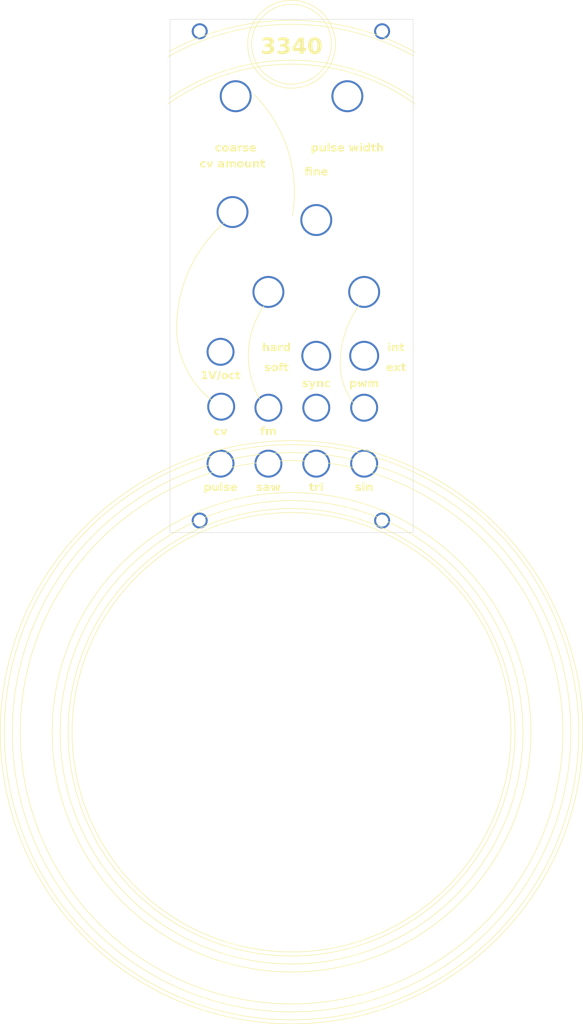
<source format=kicad_pcb>
(kicad_pcb
	(version 20240108)
	(generator "pcbnew")
	(generator_version "8.0")
	(general
		(thickness 1.6)
		(legacy_teardrops no)
	)
	(paper "A4")
	(layers
		(0 "F.Cu" signal)
		(31 "B.Cu" signal)
		(32 "B.Adhes" user "B.Adhesive")
		(33 "F.Adhes" user "F.Adhesive")
		(34 "B.Paste" user)
		(35 "F.Paste" user)
		(36 "B.SilkS" user "B.Silkscreen")
		(37 "F.SilkS" user "F.Silkscreen")
		(38 "B.Mask" user)
		(39 "F.Mask" user)
		(40 "Dwgs.User" user "User.Drawings")
		(41 "Cmts.User" user "User.Comments")
		(42 "Eco1.User" user "User.Eco1")
		(43 "Eco2.User" user "User.Eco2")
		(44 "Edge.Cuts" user)
		(45 "Margin" user)
		(46 "B.CrtYd" user "B.Courtyard")
		(47 "F.CrtYd" user "F.Courtyard")
		(48 "B.Fab" user)
		(49 "F.Fab" user)
		(50 "User.1" user)
		(51 "User.2" user)
		(52 "User.3" user)
		(53 "User.4" user)
		(54 "User.5" user)
		(55 "User.6" user)
		(56 "User.7" user)
		(57 "User.8" user)
		(58 "User.9" user)
	)
	(setup
		(pad_to_mask_clearance 0)
		(allow_soldermask_bridges_in_footprints no)
		(grid_origin 84.1006 155.7055)
		(pcbplotparams
			(layerselection 0x00010a8_7fffffff)
			(plot_on_all_layers_selection 0x0000000_00000000)
			(disableapertmacros no)
			(usegerberextensions no)
			(usegerberattributes yes)
			(usegerberadvancedattributes yes)
			(creategerberjobfile yes)
			(dashed_line_dash_ratio 12.000000)
			(dashed_line_gap_ratio 3.000000)
			(svgprecision 4)
			(plotframeref no)
			(viasonmask no)
			(mode 1)
			(useauxorigin no)
			(hpglpennumber 1)
			(hpglpenspeed 20)
			(hpglpendiameter 15.000000)
			(pdf_front_fp_property_popups yes)
			(pdf_back_fp_property_popups yes)
			(dxfpolygonmode yes)
			(dxfimperialunits yes)
			(dxfusepcbnewfont yes)
			(psnegative no)
			(psa4output no)
			(plotreference yes)
			(plotvalue yes)
			(plotfptext yes)
			(plotinvisibletext no)
			(sketchpadsonfab no)
			(subtractmaskfromsilk no)
			(outputformat 1)
			(mirror no)
			(drillshape 0)
			(scaleselection 1)
			(outputdirectory "")
		)
	)
	(net 0 "")
	(net 1 "GND")
	(gr_circle
		(center 107.1206 36.4555)
		(end 118.1206 36.4555)
		(stroke
			(width 0.15)
			(type default)
		)
		(fill none)
		(layer "F.SilkS")
		(uuid "0a67dd76-9392-4ceb-8f25-2a65d6d11730")
	)
	(gr_circle
		(center 107.1206 208.7055)
		(end 107.1206 135.7055)
		(stroke
			(width 0.15)
			(type default)
		)
		(fill none)
		(layer "F.SilkS")
		(uuid "0de282bc-3e07-4a38-8dd9-93c806f78989")
	)
	(gr_arc
		(start 89.487198 127.190537)
		(mid 81.306003 118.800273)
		(end 78.3206 107.4682)
		(stroke
			(width 0.15)
			(type default)
		)
		(layer "F.SilkS")
		(uuid "1d5fce49-2569-486f-b52f-41dd9dde05a2")
	)
	(gr_arc
		(start 125.07765 128.75974)
		(mid 120.83117 123.254686)
		(end 119.320601 116.4682)
		(stroke
			(width 0.15)
			(type default)
		)
		(layer "F.SilkS")
		(uuid "344051f2-8127-4992-a0c8-1f1d4de1a6f7")
	)
	(gr_arc
		(start 100.826684 127.845901)
		(mid 96.301468 114.070957)
		(end 101.3206 100.4682)
		(stroke
			(width 0.15)
			(type default)
		)
		(layer "F.SilkS")
		(uuid "379c35ed-fa6a-47ad-bf36-ea96d1533c70")
	)
	(gr_circle
		(center 107.1206 208.7055)
		(end 107.1206 153.7055)
		(stroke
			(width 0.15)
			(type default)
		)
		(fill none)
		(layer "F.SilkS")
		(uuid "3cc2be30-aa7a-4549-83e6-d3225588d2dd")
	)
	(gr_circle
		(center 107.1206 208.7055)
		(end 107.1206 138.7055)
		(stroke
			(width 0.15)
			(type default)
		)
		(fill none)
		(layer "F.SilkS")
		(uuid "4af81076-0b88-4ac4-a3cb-56edab21af4a")
	)
	(gr_circle
		(center 107.1206 208.7055)
		(end 107.1206 152.7055)
		(stroke
			(width 0.15)
			(type default)
		)
		(fill none)
		(layer "F.SilkS")
		(uuid "4c33a479-3fbc-4ef6-ba21-899fcd08e739")
	)
	(gr_arc
		(start 107.1206 41.446067)
		(mid 123.408546 44.010453)
		(end 138.1206 51.4555)
		(stroke
			(width 0.15)
			(type default)
		)
		(layer "F.SilkS")
		(uuid "57c8f6d4-7774-4d9f-8c41-c7df49b651d1")
	)
	(gr_circle
		(center 107.1206 208.7055)
		(end 107.1206 140.7055)
		(stroke
			(width 0.15)
			(type default)
		)
		(fill none)
		(layer "F.SilkS")
		(uuid "65ada5a1-a935-4b8b-808b-1942015238e5")
	)
	(gr_arc
		(start 76.486117 49.98609)
		(mid 91.079218 42.893168)
		(end 107.1206 40.4555)
		(stroke
			(width 0.15)
			(type default)
		)
		(layer "F.SilkS")
		(uuid "738954a7-f286-4c16-8f52-aa2236f6679a")
	)
	(gr_arc
		(start 78.3206 107.4682)
		(mid 82.256317 91.343365)
		(end 93.178331 78.844975)
		(stroke
			(width 0.15)
			(type default)
		)
		(layer "F.SilkS")
		(uuid "75b992cc-d098-48f7-a53a-de58419248bc")
	)
	(gr_arc
		(start 76.1206 51.4555)
		(mid 90.832654 44.010453)
		(end 107.1206 41.446067)
		(stroke
			(width 0.15)
			(type default)
		)
		(layer "F.SilkS")
		(uuid "76b5a24f-ba96-4363-bd62-a5c92ab5fa72")
	)
	(gr_arc
		(start 119.320601 116.4682)
		(mid 120.703322 108.269168)
		(end 124.698531 100.977095)
		(stroke
			(width 0.15)
			(type default)
		)
		(layer "F.SilkS")
		(uuid "7d43b198-bf41-49ea-8e50-689ec8f177dc")
	)
	(gr_circle
		(center 107.1206 208.7055)
		(end 107.1206 150.7055)
		(stroke
			(width 0.15)
			(type default)
		)
		(fill none)
		(layer "F.SilkS")
		(uuid "85b5e097-6ea4-4369-aeca-e9b4504b601c")
	)
	(gr_circle
		(center 107.1206 208.7055)
		(end 107.1206 148.7055)
		(stroke
			(width 0.15)
			(type default)
		)
		(fill none)
		(layer "F.SilkS")
		(uuid "8ac31956-6f40-46b7-9e3b-ccadfb98e3d0")
	)
	(gr_circle
		(center 107.1206 208.7055)
		(end 107.1206 136.7055)
		(stroke
			(width 0.15)
			(type default)
		)
		(fill none)
		(layer "F.SilkS")
		(uuid "8f61a334-7774-4af1-bf3f-6be19fd9f9af")
	)
	(gr_arc
		(start 76.543195 38.23253)
		(mid 91.345145 32.430222)
		(end 107.1206 30.4555)
		(stroke
			(width 0.15)
			(type default)
		)
		(layer "F.SilkS")
		(uuid "9116c907-5cea-40d2-aa06-b5bd2091298d")
	)
	(gr_arc
		(start 97.733711 49.055089)
		(mid 106.248737 63.088519)
		(end 107.3206 79.4682)
		(stroke
			(width 0.15)
			(type default)
		)
		(layer "F.SilkS")
		(uuid "919360e4-31e6-4a4e-9bba-943b11e7d7f7")
	)
	(gr_arc
		(start 107.1206 30.4555)
		(mid 123.127434 32.489531)
		(end 138.116817 38.462335)
		(stroke
			(width 0.15)
			(type default)
		)
		(layer "F.SilkS")
		(uuid "9b8df557-844c-470b-89ad-54fda9815472")
	)
	(gr_arc
		(start 76.186777 39.572911)
		(mid 91.130026 33.518635)
		(end 107.1206 31.4555)
		(stroke
			(width 0.15)
			(type default)
		)
		(layer "F.SilkS")
		(uuid "a5bd1d05-d5be-43c5-bc57-b232ed923250")
	)
	(gr_arc
		(start 107.1206 31.4555)
		(mid 122.877327 33.45775)
		(end 137.632501 39.337228)
		(stroke
			(width 0.15)
			(type default)
		)
		(layer "F.SilkS")
		(uuid "de6bb5bc-3278-4e86-9f7f-fdcc4f1ef26a")
	)
	(gr_arc
		(start 107.1206 40.4555)
		(mid 123.161982 42.893168)
		(end 137.755083 49.98609)
		(stroke
			(width 0.15)
			(type default)
		)
		(layer "F.SilkS")
		(uuid "e60059dd-e4f3-4574-9823-baf3801076ca")
	)
	(gr_circle
		(center 107.1206 36.4555)
		(end 117.1206 36.4555)
		(stroke
			(width 0.15)
			(type default)
		)
		(fill none)
		(layer "F.SilkS")
		(uuid "e7aeeaf4-0e7a-42b9-9b95-9d0dd9ff0900")
	)
	(gr_rect
		(start 76.6406 30.2055)
		(end 137.6006 158.7055)
		(stroke
			(width 0.1)
			(type default)
		)
		(fill none)
		(layer "Edge.Cuts")
		(uuid "324b1661-06d2-4ba1-861d-9a9bf41db014")
	)
	(gr_circle
		(center 101.3206 141.4555)
		(end 104.3206 141.5555)
		(stroke
			(width 0.15)
			(type default)
		)
		(fill none)
		(layer "User.9")
		(uuid "09b286e8-6094-478f-8ce7-037e41b54bc2")
	)
	(gr_circle
		(center 125.3206 127.4555)
		(end 128.3206 127.5555)
		(stroke
			(width 0.15)
			(type default)
		)
		(fill none)
		(layer "User.9")
		(uuid "0c19d062-ccba-4204-87fc-6d2f7ba4639f")
	)
	(gr_circle
		(center 89.3206 113.4555)
		(end 92.3206 113.5555)
		(stroke
			(width 0.15)
			(type default)
		)
		(fill none)
		(layer "User.9")
		(uuid "239d3611-387c-4732-b1a0-c89b963c01ef")
	)
	(gr_line
		(start 137.6006 158.7055)
		(end 76.6406 30.2055)
		(stroke
			(width 0.15)
			(type default)
		)
		(layer "User.9")
		(uuid "2468e3da-5122-47f8-a152-65e0f1c59bc7")
	)
	(gr_circle
		(center 101.3206 127.4555)
		(end 104.3206 127.5555)
		(stroke
			(width 0.15)
			(type default)
		)
		(fill none)
		(layer "User.9")
		(uuid "258fcfcc-d59c-4831-962a-2916b2bb19be")
	)
	(gr_circle
		(center 93.1136 49.4682)
		(end 103.1136 49.4682)
		(stroke
			(width 0.15)
			(type default)
		)
		(fill none)
		(layer "User.9")
		(uuid "27f3ccbf-fa8d-48a8-bc9f-0e6bd00e34e2")
	)
	(gr_circle
		(center 113.3206 114.4555)
		(end 117.3206 114.4555)
		(stroke
			(width 0.15)
			(type default)
		)
		(fill none)
		(layer "User.9")
		(uuid "3574f953-02b5-4771-8973-c98d5bdaa7af")
	)
	(gr_circle
		(center 125.3206 141.4555)
		(end 128.3206 141.5555)
		(stroke
			(width 0.15)
			(type default)
		)
		(fill none)
		(layer "User.9")
		(uuid "492abbff-928c-4f00-9abf-59d9065f58e1")
	)
	(gr_circle
		(center 89.1206 141.4555)
		(end 92.1206 141.5555)
		(stroke
			(width 0.15)
			(type default)
		)
		(fill none)
		(layer "User.9")
		(uuid "709cf7de-e5a1-4e91-892a-a992fb9acbde")
	)
	(gr_circle
		(center 113.3206 80.4682)
		(end 123.3206 80.4682)
		(stroke
			(width 0.15)
			(type default)
		)
		(fill none)
		(layer "User.9")
		(uuid "718ccbdd-bdac-46a2-9f9d-d25798fe1101")
	)
	(gr_circle
		(center 101.3206 98.4682)
		(end 111.3206 98.4682)
		(stroke
			(width 0.15)
			(type default)
		)
		(fill none)
		(layer "User.9")
		(uuid "80688cdc-1f41-4af6-a14e-b1c65f7a1882")
	)
	(gr_circle
		(center 89.3206 127.4555)
		(end 92.3206 127.5555)
		(stroke
			(width 0.15)
			(type default)
		)
		(fill none)
		(layer "User.9")
		(uuid "86e84b04-98ee-48e5-803d-fb44fc94540d")
	)
	(gr_circle
		(center 113.3206 141.4555)
		(end 116.3206 141.5555)
		(stroke
			(width 0.15)
			(type default)
		)
		(fill none)
		(layer "User.9")
		(uuid "8824b33b-2a68-462e-a750-79cd2f6efa69")
	)
	(gr_circle
		(center 125.3206 114.4555)
		(end 129.3206 114.4555)
		(stroke
			(width 0.15)
			(type default)
		)
		(fill none)
		(layer "User.9")
		(uuid "89533eff-bd68-4326-bb2b-85eedc058c41")
	)
	(gr_circle
		(center 113.3206 127.4555)
		(end 116.3206 127.5555)
		(stroke
			(width 0.15)
			(type default)
		)
		(fill none)
		(layer "User.9")
		(uuid "a96e2346-9366-4d7d-82be-fdcad9649fba")
	)
	(gr_circle
		(center 92.3206 78.4682)
		(end 102.3206 78.4682)
		(stroke
			(width 0.15)
			(type default)
		)
		(fill none)
		(layer "User.9")
		(uuid "afdbeb27-b34f-40db-9113-f05e11346596")
	)
	(gr_circle
		(center 121.1136 49.4682)
		(end 131.1136 49.4682)
		(stroke
			(width 0.15)
			(type default)
		)
		(fill none)
		(layer "User.9")
		(uuid "c64c38b0-901b-4cd7-875e-a7e1eba0416a")
	)
	(gr_line
		(start 137.6006 30.2055)
		(end 76.6406 158.7055)
		(stroke
			(width 0.15)
			(type default)
		)
		(layer "User.9")
		(uuid "d43e4c25-0868-4989-92b3-e58fd5e807db")
	)
	(gr_circle
		(center 125.3206 98.4682)
		(end 135.3206 98.4682)
		(stroke
			(width 0.15)
			(type default)
		)
		(fill none)
		(layer "User.9")
		(uuid "fb82548b-b68e-45d0-8aaa-6cef3285afe7")
	)
	(gr_text "cv amount"
		(at 92.3206 66.4682 0)
		(layer "F.SilkS")
		(uuid "10ce7e8d-7f2b-47b7-95b5-1df74635d056")
		(effects
			(font
				(face "Dune Rise")
				(size 2 2)
				(thickness 0.3)
				(bold yes)
			)
		)
		(render_cache "cv amount" 0
			(polygon
				(pts
					(xy 80.461633 66.157097) (xy 80.467518 66.273515) (xy 80.484788 66.386629) (xy 80.512863 66.495857)
					(xy 80.551163 66.600619) (xy 80.599109 66.700335) (xy 80.656121 66.794425) (xy 80.721619 66.882308)
					(xy 80.795024 66.963404) (xy 80.875757 67.037132) (xy 80.963237 67.102913) (xy 81.056885 67.160166)
					(xy 81.156122 67.20831) (xy 81.260368 67.246766) (xy 81.369043 67.274953) (xy 81.481567 67.292291)
					(xy 81.597362 67.2982) (xy 82.733091 67.2982) (xy 82.733091 67.079358) (xy 81.597362 67.079358)
					(xy 81.457475 67.06877) (xy 81.324324 67.038032) (xy 81.199445 66.988687) (xy 81.084369 66.922274)
					(xy 80.980631 66.840333) (xy 80.889764 66.744407) (xy 80.813302 66.636036) (xy 80.752778 66.51676)
					(xy 80.709726 66.38812) (xy 80.685679 66.251657) (xy 80.680963 66.157097) (xy 80.691488 66.0164)
					(xy 80.72204 65.882475) (xy 80.771087 65.756866) (xy 80.837094 65.641116) (xy 80.918528 65.536768)
					(xy 81.013856 65.445365) (xy 81.121544 65.36845) (xy 81.240058 65.307567) (xy 81.367865 65.264259)
					(xy 81.503431 65.240068) (xy 81.597362 65.235324) (xy 82.733091 65.235324) (xy 82.733091 65.016483)
					(xy 81.597362 65.016483) (xy 81.481567 65.022391) (xy 81.369043 65.039728) (xy 81.260368 65.067913)
					(xy 81.156122 65.106364) (xy 81.056885 65.154501) (xy 80.963237 65.211744) (xy 80.875757 65.277509)
					(xy 80.795024 65.351218) (xy 80.721619 65.432288) (xy 80.656121 65.520138) (xy 80.599109 65.614188)
					(xy 80.551163 65.713857) (xy 80.512863 65.818563) (xy 80.484788 65.927726) (xy 80.467518 66.040764)
				)
			)
			(polygon
				(pts
					(xy 84.535603 66.841954) (xy 83.515157 65.016971) (xy 83.249909 65.015994) (xy 84.535603 67.314808)
					(xy 85.821786 65.015994) (xy 85.557027 65.015994)
				)
			)
			(polygon
				(pts
					(xy 87.445024 67.2982) (xy 87.709784 67.2982) (xy 88.730719 65.481033) (xy 89.751654 67.297711)
					(xy 90.016901 67.2982) (xy 88.730719 64.999386)
				)
			)
			(polygon
				(pts
					(xy 92.462261 65.016483) (xy 92.341189 65.026763) (xy 92.2267 65.056074) (xy 92.120941 65.102125)
					(xy 92.026058 65.162623) (xy 91.944199 65.235277) (xy 91.877509 65.317794) (xy 91.855562 65.353049)
					(xy 91.795539 65.267229) (xy 91.719477 65.190354) (xy 91.62951 65.124719) (xy 91.527775 65.072614)
					(xy 91.416407 65.036332) (xy 91.297541 65.018164) (xy 91.248374 65.016483) (xy 91.139716 65.024802)
					(xy 91.036039 65.048934) (xy 90.938589 65.087636) (xy 90.848613 65.139667) (xy 90.767357 65.203786)
					(xy 90.696067 65.278752) (xy 90.635989 65.363323) (xy 90.588369 65.456257) (xy 90.554453 65.556315)
					(xy 90.535488 65.662254) (xy 90.531765 65.735534) (xy 90.531765 67.2982) (xy 90.751095 67.2982)
					(xy 90.751095 65.735534) (xy 90.761123 65.634239) (xy 90.789915 65.540117) (xy 90.849345 65.435524)
					(xy 90.931293 65.349002) (xy 91.03198 65.284362) (xy 91.147626 65.245418) (xy 91.248374 65.235324)
					(xy 91.349122 65.245418) (xy 91.442715 65.274396) (xy 91.546696 65.334201) (xy 91.632694 65.416652)
					(xy 91.69693 65.517936) (xy 91.730111 65.60996) (xy 91.745011 65.709644) (xy 91.745652 65.735534)
					(xy 91.745652 67.2982) (xy 91.964982 67.2982) (xy 91.964982 65.735534) (xy 91.975011 65.634239)
					(xy 92.003809 65.540117) (xy 92.063265 65.435524) (xy 92.145267 65.349002) (xy 92.246048 65.284362)
					(xy 92.36184 65.245418) (xy 92.462749 65.235324) (xy 92.563498 65.245418) (xy 92.65709 65.274396)
					(xy 92.761071 65.334201) (xy 92.847069 65.416652) (xy 92.911305 65.517936) (xy 92.944486 65.60996)
					(xy 92.959386 65.709644) (xy 92.960028 65.735534) (xy 92.960028 67.2982) (xy 93.179358 67.2982)
					(xy 93.179358 65.735534) (xy 93.17104 65.626364) (xy 93.14692 65.522248) (xy 93.108248 65.424426)
					(xy 93.056277 65.334142) (xy 92.992256 65.252635) (xy 92.917437 65.181147) (xy 92.83307 65.120919)
					(xy 92.740408 65.073193) (xy 92.6407 65.03921) (xy 92.535197 65.020211)
				)
			)
			(polygon
				(pts
					(xy 94.881435 65.990702) (xy 94.967722 66.049421) (xy 94.999456 66.141954) (xy 94.994392 66.180053)
					(xy 94.935673 66.26608) (xy 94.84314 66.297781) (xy 94.812301 66.294511) (xy 94.723266 66.240024)
					(xy 94.686825 66.141954) (xy 94.691889 66.103659) (xy 94.750607 66.017372) (xy 94.84314 65.985638)
				)
			)
			(polygon
				(pts
					(xy 94.958854 65.022323) (xy 95.071319 65.039458) (xy 95.179953 65.06731) (xy 95.284174 65.105303)
					(xy 95.3834 65.152859) (xy 95.47705 65.209399) (xy 95.564543 65.274348) (xy 95.645295 65.347127)
					(xy 95.718725 65.427158) (xy 95.784253 65.513865) (xy 95.841295 65.60667) (xy 95.88927 65.704996)
					(xy 95.927597 65.808264) (xy 95.955694 65.915899) (xy 95.972979 66.027321) (xy 95.978869 66.141954)
					(xy 95.972979 66.259991) (xy 95.955694 66.374661) (xy 95.927597 66.485376) (xy 95.88927 66.591552)
					(xy 95.841295 66.6926) (xy 95.784253 66.787937) (xy 95.718725 66.876975) (xy 95.645295 66.959129)
					(xy 95.564543 67.033813) (xy 95.47705 67.10044) (xy 95.3834 67.158425) (xy 95.284174 67.207181)
					(xy 95.179953 67.246122) (xy 95.071319 67.274663) (xy 94.958854 67.292218) (xy 94.84314 67.2982)
					(xy 94.727345 67.292218) (xy 94.614821 67.274663) (xy 94.506146 67.246122) (xy 94.4019 67.207181)
					(xy 94.302663 67.158425) (xy 94.209015 67.10044) (xy 94.121535 67.033813) (xy 94.040802 66.959129)
					(xy 93.967397 66.876975) (xy 93.901899 66.787937) (xy 93.844887 66.6926) (xy 93.796941 66.591552)
					(xy 93.758641 66.485376) (xy 93.730566 66.374661) (xy 93.713296 66.259991) (xy 93.707411 66.141954)
					(xy 93.926741 66.141954) (xy 93.931462 66.237731) (xy 93.955534 66.37609) (xy 93.998625 66.506662)
					(xy 94.059194 66.627851) (xy 94.1357 66.738061) (xy 94.226603 66.835695) (xy 94.330362 66.919157)
					(xy 94.445436 66.98685) (xy 94.570284 67.037179) (xy 94.703366 67.068547) (xy 94.84314 67.079358)
					(xy 94.936991 67.074514) (xy 95.072475 67.049821) (xy 95.200238 67.005635) (xy 95.318742 66.943552)
					(xy 95.426443 66.865169) (xy 95.521803 66.772081) (xy 95.603279 66.665886) (xy 95.669332 66.54818)
					(xy 95.71842 66.420558) (xy 95.749003 66.284617) (xy 95.759539 66.141954) (xy 95.754824 66.048857)
					(xy 95.730777 65.914565) (xy 95.687724 65.788031) (xy 95.6272 65.670758) (xy 95.550738 65.564247)
					(xy 95.459871 65.470002) (xy 95.356133 65.389524) (xy 95.241057 65.324315) (xy 95.116178 65.275877)
					(xy 94.983027 65.245713) (xy 94.84314 65.235324) (xy 94.749209 65.239979) (xy 94.613643 65.263718)
					(xy 94.485836 65.306231) (xy 94.367322 65.366017) (xy 94.259634 65.441572) (xy 94.164306 65.531395)
					(xy 94.082872 65.633984) (xy 94.016865 65.747837) (xy 93.967818 65.87145) (xy 93.937266 66.003324)
					(xy 93.926741 66.141954) (xy 93.707411 66.141954) (xy 93.713296 66.027321) (xy 93.730566 65.915899)
					(xy 93.758641 65.808264) (xy 93.796941 65.704996) (xy 93.844887 65.60667) (xy 93.901899 65.513865)
					(xy 93.967397 65.427158) (xy 94.040802 65.347127) (xy 94.121535 65.274348) (xy 94.209015 65.209399)
					(xy 94.302663 65.152859) (xy 94.4019 65.105303) (xy 94.506146 65.06731) (xy 94.614821 65.039458)
					(xy 94.727345 65.022323) (xy 94.84314 65.016483)
				)
			)
			(polygon
				(pts
					(xy 98.559539 66.157585) (xy 98.549014 66.298283) (xy 98.518462 66.432207) (xy 98.469415 66.557816)
					(xy 98.403408 66.673567) (xy 98.321974 66.777915) (xy 98.226646 66.869318) (xy 98.118959 66.946232)
					(xy 98.000445 67.007115) (xy 97.872638 67.050424) (xy 97.737071 67.074614) (xy 97.64314 67.079358)
					(xy 97.503253 67.06877) (xy 97.370103 67.038036) (xy 97.245223 66.988698) (xy 97.130147 66.922299)
					(xy 97.026409 66.840384) (xy 96.935542 66.744494) (xy 96.85908 66.636174) (xy 96.798556 66.516966)
					(xy 96.755504 66.388413) (xy 96.731457 66.25206) (xy 96.726741 66.157585) (xy 96.726741 65.015994)
					(xy 96.507411 65.015994) (xy 96.507411 66.157585) (xy 96.513296 66.273918) (xy 96.530566 66.386956)
					(xy 96.558641 66.496119) (xy 96.596941 66.600825) (xy 96.644887 66.700494) (xy 96.701899 66.794544)
					(xy 96.767397 66.882395) (xy 96.840802 66.963465) (xy 96.921535 67.037173) (xy 97.009015 67.102939)
					(xy 97.102663 67.160181) (xy 97.2019 67.208318) (xy 97.306146 67.24677) (xy 97.414821 67.274954)
					(xy 97.527345 67.292291) (xy 97.64314 67.2982) (xy 97.758854 67.292291) (xy 97.871319 67.274954)
					(xy 97.979953 67.24677) (xy 98.084174 67.208318) (xy 98.1834 67.160181) (xy 98.27705 67.102939)
					(xy 98.364543 67.037173) (xy 98.445295 66.963465) (xy 98.518725 66.882395) (xy 98.584253 66.794544)
					(xy 98.641295 66.700494) (xy 98.68927 66.600825) (xy 98.727597 66.496119) (xy 98.755694 66.386956)
					(xy 98.772979 66.273918) (xy 98.778869 66.157585) (xy 98.778869 65.015994) (xy 98.559539 65.015994)
				)
			)
			(polygon
				(pts
					(xy 100.44314 65.016483) (xy 100.327345 65.022385) (xy 100.214821 65.039707) (xy 100.106146 65.067868)
					(xy 100.0019 65.106288) (xy 99.902663 65.154388) (xy 99.809015 65.211589) (xy 99.721535 65.277311)
					(xy 99.640802 65.350973) (xy 99.567397 65.431998) (xy 99.501899 65.519804) (xy 99.444887 65.613813)
					(xy 99.396941 65.713445) (xy 99.358641 65.81812) (xy 99.330566 65.927259) (xy 99.313296 66.040281)
					(xy 99.307411 66.156608) (xy 99.307411 67.2982) (xy 99.526741 67.2982) (xy 99.526741 66.156608)
					(xy 99.537266 66.016036) (xy 99.567818 65.882213) (xy 99.616865 65.756685) (xy 99.682872 65.640997)
					(xy 99.764306 65.536694) (xy 99.859634 65.445324) (xy 99.967322 65.36843) (xy 100.085836 65.307559)
					(xy 100.213643 65.264257) (xy 100.349209 65.240068) (xy 100.44314 65.235324) (xy 100.583027 65.245912)
					(xy 100.716178 65.276643) (xy 100.841057 65.325974) (xy 100.956133 65.392357) (xy 101.059871 65.474248)
					(xy 101.150738 65.570101) (xy 101.2272 65.67837) (xy 101.287724 65.79751) (xy 101.330777 65.925975)
					(xy 101.354824 66.06222) (xy 101.359539 66.156608) (xy 101.359539 67.2982) (xy 101.578869 67.2982)
					(xy 101.578869 66.156608) (xy 101.572979 66.040281) (xy 101.555694 65.927259) (xy 101.527597 65.81812)
					(xy 101.48927 65.713445) (xy 101.441295 65.613813) (xy 101.384253 65.519804) (xy 101.318725 65.431998)
					(xy 101.245295 65.350973) (xy 101.164543 65.277311) (xy 101.07705 65.211589) (xy 100.9834 65.154388)
					(xy 100.884174 65.106288) (xy 100.779953 65.067868) (xy 100.671319 65.039707) (xy 100.558854 65.022385)
				)
			)
			(polygon
				(pts
					(xy 101.939372 65.235324) (xy 102.965192 65.235324) (xy 102.965192 67.2982) (xy 103.184522 67.2982)
					(xy 103.184522 65.235324) (xy 104.21083 65.235324) (xy 104.21083 65.016483) (xy 101.939372 65.016483)
				)
			)
		)
	)
	(gr_text "fine"
		(at 113.3206 68.4682 0)
		(layer "F.SilkS")
		(uuid "257174d4-6766-4870-a890-b9b259470cff")
		(effects
			(font
				(face "Dune Rise")
				(size 2 2)
				(thickness 0.3)
				(bold yes)
			)
		)
		(render_cache "fine" 0
			(polygon
				(pts
					(xy 110.48836 67.016483) (xy 108.839721 67.016483) (xy 108.839721 67.176218) (xy 108.839721 67.219693)
					(xy 108.839721 69.2982) (xy 109.059051 69.2982) (xy 109.059051 68.267006) (xy 110.503992 68.267006)
					(xy 110.503992 68.047676) (xy 109.059051 68.047188) (xy 109.059051 67.235324) (xy 110.48836 67.235324)
					(xy 110.92702 67.235324) (xy 111.111179 67.235324) (xy 111.111179 67.016483)
				)
			)
			(polygon
				(pts
					(xy 112.234208 67.235324) (xy 112.234208 67.016483) (xy 111.638744 67.016483) (xy 111.638744 67.235324)
					(xy 111.826811 67.235324) (xy 111.826811 69.079358) (xy 111.638744 69.079358) (xy 111.638744 69.2982)
					(xy 112.234208 69.2982) (xy 112.234208 69.079358) (xy 112.046141 69.079358) (xy 112.046141 67.235324)
				)
			)
			(polygon
				(pts
					(xy 113.897013 67.016483) (xy 113.781218 67.022385) (xy 113.668694 67.039707) (xy 113.560019 67.067868)
					(xy 113.455773 67.106288) (xy 113.356536 67.154388) (xy 113.262888 67.211589) (xy 113.175408 67.277311)
					(xy 113.094675 67.350973) (xy 113.02127 67.431998) (xy 112.955772 67.519804) (xy 112.89876 67.613813)
					(xy 112.850814 67.713445) (xy 112.812514 67.81812) (xy 112.784439 67.927259) (xy 112.767169 68.040281)
					(xy 112.761284 68.156608) (xy 112.761284 69.2982) (xy 112.980614 69.2982) (xy 112.980614 68.156608)
					(xy 112.991139 68.016036) (xy 113.021692 67.882213) (xy 113.070738 67.756685) (xy 113.136745 67.640997)
					(xy 113.218179 67.536694) (xy 113.313507 67.445324) (xy 113.421195 67.36843) (xy 113.539709 67.307559)
					(xy 113.667516 67.264257) (xy 113.803082 67.240068) (xy 113.897013 67.235324) (xy 114.036901 67.245912)
					(xy 114.170051 67.276643) (xy 114.294931 67.325974) (xy 114.410006 67.392357) (xy 114.513744 67.474248)
					(xy 114.604611 67.570101) (xy 114.681073 67.67837) (xy 114.741597 67.79751) (xy 114.78465 67.925975)
					(xy 114.808697 68.06222) (xy 114.813412 68.156608) (xy 114.813412 69.2982) (xy 115.032742 69.2982)
					(xy 115.032742 68.156608) (xy 115.026852 68.040281) (xy 115.009567 67.927259) (xy 114.98147 67.81812)
					(xy 114.943143 67.713445) (xy 114.895168 67.613813) (xy 114.838126 67.519804) (xy 114.772598 67.431998)
					(xy 114.699168 67.350973) (xy 114.618416 67.277311) (xy 114.530924 67.211589) (xy 114.437273 67.154388)
					(xy 114.338047 67.106288) (xy 114.233826 67.067868) (xy 114.125192 67.039707) (xy 114.012727 67.022385)
				)
			)
			(polygon
				(pts
					(xy 115.561284 68.157097) (xy 115.567169 68.273515) (xy 115.584439 68.386629) (xy 115.612514 68.495857)
					(xy 115.650814 68.600619) (xy 115.69876 68.700335) (xy 115.755772 68.794425) (xy 115.82127 68.882308)
					(xy 115.894675 68.963404) (xy 115.975408 69.037132) (xy 116.062888 69.102913) (xy 116.156536 69.160166)
					(xy 116.255773 69.20831) (xy 116.360019 69.246766) (xy 116.468694 69.274953) (xy 116.581218 69.292291)
					(xy 116.697013 69.2982) (xy 117.832742 69.2982) (xy 117.832742 69.079358) (xy 116.697013 69.079358)
					(xy 116.565691 69.070028) (xy 116.4402 69.042943) (xy 116.321815 68.999464) (xy 116.211807 68.940949)
					(xy 116.111449 68.86876) (xy 116.022015 68.784255) (xy 115.944776 68.688793) (xy 115.881005 68.583736)
					(xy 115.831976 68.470441) (xy 115.798961 68.35027) (xy 115.786476 68.267006) (xy 117.832742 68.267006)
					(xy 117.832742 68.047676) (xy 115.786476 68.047676) (xy 115.808108 67.923687) (xy 115.846603 67.80569)
					(xy 115.900687 67.695039) (xy 115.969088 67.59309) (xy 116.050534 67.501196) (xy 116.143751 67.420713)
					(xy 116.247467 67.352996) (xy 116.360408 67.2994) (xy 116.481304 67.261279) (xy 116.60888 67.239988)
					(xy 116.697013 67.235813) (xy 117.832742 67.235813) (xy 117.832742 67.016483) (xy 116.697013 67.016483)
					(xy 116.581218 67.022391) (xy 116.468694 67.039728) (xy 116.360019 67.067913) (xy 116.255773 67.106364)
					(xy 116.156536 67.154501) (xy 116.062888 67.211744) (xy 115.975408 67.277509) (xy 115.894675 67.351218)
					(xy 115.82127 67.432288) (xy 115.755772 67.520138) (xy 115.69876 67.614188) (xy 115.650814 67.713857)
					(xy 115.612514 67.818563) (xy 115.584439 67.927726) (xy 115.567169 68.040764)
				)
			)
		)
	)
	(gr_text "tri"
		(at 113.3206 147.4555 0)
		(layer "F.SilkS")
		(uuid "28dff03f-be5f-450e-94db-5b657c8962b5")
		(effects
			(font
				(face "Dune Rise")
				(size 2 2)
				(thickness 0.3)
				(bold yes)
			)
		)
		(render_cache "tri" 0
			(polygon
				(pts
					(xy 110.239721 146.222624) (xy 111.265541 146.222624) (xy 111.265541 148.2855) (xy 111.484871 148.2855)
					(xy 111.484871 146.222624) (xy 112.511179 146.222624) (xy 112.511179 146.003783) (xy 110.239721 146.003783)
				)
			)
			(polygon
				(pts
					(xy 114.813156 146.016545) (xy 114.929725 146.05312) (xy 115.035476 146.110944) (xy 115.127814 146.187453)
					(xy 115.204147 146.280083) (xy 115.26188 146.386267) (xy 115.298422 146.503443) (xy 115.311179 146.629045)
					(xy 115.308155 146.690711) (xy 115.290472 146.789596) (xy 115.250691 146.899674) (xy 115.193709 146.997522)
					(xy 115.122752 147.080108) (xy 115.041047 147.144397) (xy 115.096552 147.185074) (xy 115.17145 147.261898)
					(xy 115.233449 147.354995) (xy 115.279322 147.461334) (xy 115.302904 147.557875) (xy 115.311179 147.659749)
					(xy 115.311179 148.2855) (xy 115.091849 148.2855) (xy 115.091849 147.659749) (xy 115.079263 147.557835)
					(xy 115.04354 147.465711) (xy 114.974429 147.372398) (xy 114.881671 147.302886) (xy 114.790113 147.266962)
					(xy 114.688849 147.254306) (xy 113.259051 147.254306) (xy 113.259051 148.2855) (xy 113.039721 148.2855)
					(xy 113.039721 146.222624) (xy 113.258562 146.222624) (xy 113.258562 147.034976) (xy 114.688849 147.034976)
					(xy 114.790113 147.022125) (xy 114.881671 146.986066) (xy 114.974429 146.916457) (xy 115.04354 146.823098)
					(xy 115.079263 146.73096) (xy 115.091849 146.629045) (xy 115.079261 146.526903) (xy 115.043525 146.434563)
					(xy 114.974368 146.341021) (xy 114.881512 146.271333) (xy 114.78982 146.235314) (xy 114.68836 146.222624)
					(xy 113.258562 146.222624) (xy 113.039721 146.222624) (xy 113.039721 146.003783) (xy 114.68836 146.003783)
				)
			)
			(polygon
				(pts
					(xy 116.434208 146.222624) (xy 116.434208 146.003783) (xy 115.838744 146.003783) (xy 115.838744 146.222624)
					(xy 116.026811 146.222624) (xy 116.026811 148.066658) (xy 115.838744 148.066658) (xy 115.838744 148.2855)
					(xy 116.434208 148.2855) (xy 116.434208 148.066658) (xy 116.246141 148.066658) (xy 116.246141 146.222624)
				)
			)
		)
	)
	(gr_text "soft"
		(at 103.3206 117.4555 0)
		(layer "F.SilkS")
		(uuid "3532e540-ba59-45b7-868f-93cac593aa57")
		(effects
			(font
				(face "Dune Rise")
				(size 2 2)
				(thickness 0.3)
				(bold yes)
			)
		)
		(render_cache "soft" 0
			(polygon
				(pts
					(xy 98.622833 116.003783) (xy 98.498058 116.016545) (xy 98.381544 116.05312) (xy 98.275871 116.110944)
					(xy 98.183623 116.187453) (xy 98.10738 116.280083) (xy 98.049724 116.386267) (xy 98.013238 116.503443)
					(xy 98.000502 116.629045) (xy 98.013238 116.754506) (xy 98.049724 116.871616) (xy 98.10738 116.977792)
					(xy 98.183623 117.070452) (xy 98.275871 117.147016) (xy 98.381544 117.2049) (xy 98.498058 117.241524)
					(xy 98.622833 117.254306) (xy 99.649141 117.254306) (xy 99.750601 117.266964) (xy 99.842293 117.302901)
					(xy 99.935149 117.372459) (xy 100.004306 117.46587) (xy 100.040042 117.558129) (xy 100.05263 117.660238)
					(xy 100.040042 117.762379) (xy 100.004306 117.854719) (xy 99.935149 117.948261) (xy 99.842293 118.017949)
					(xy 99.750601 118.053968) (xy 99.649141 118.066658) (xy 98.000502 118.066658) (xy 98.000502 118.2855)
					(xy 99.649141 118.2855) (xy 99.773937 118.272738) (xy 99.890506 118.236162) (xy 99.996257 118.178338)
					(xy 100.088595 118.101829) (xy 100.164928 118.0092) (xy 100.222661 117.903015) (xy 100.259203 117.78584)
					(xy 100.27196 117.660238) (xy 100.259203 117.534636) (xy 100.222661 117.41746) (xy 100.164928 117.311276)
					(xy 100.088595 117.218647) (xy 99.996257 117.142138) (xy 99.890506 117.084313) (xy 99.773937 117.047738)
					(xy 99.649141 117.034976) (xy 98.622833 117.034976) (xy 98.521405 117.022287) (xy 98.429794 116.986268)
					(xy 98.337068 116.916579) (xy 98.268042 116.823037) (xy 98.232388 116.730697) (xy 98.219832 116.628556)
					(xy 98.232388 116.52661) (xy 98.268042 116.434404) (xy 98.337068 116.34096) (xy 98.429794 116.271318)
					(xy 98.521405 116.235312) (xy 98.622833 116.222624) (xy 100.27196 116.222624) (xy 100.27196 116.003783)
				)
			)
			(polygon
				(pts
					(xy 101.974525 116.978002) (xy 102.060813 117.036721) (xy 102.092546 117.129254) (xy 102.087482 117.167353)
					(xy 102.028764 117.25338) (xy 101.936231 117.285081) (xy 101.905392 117.281811) (xy 101.816357 117.227324)
					(xy 101.779916 117.129254) (xy 101.78498 117.090959) (xy 101.843698 117.004672) (xy 101.936231 116.972938)
				)
			)
			(polygon
				(pts
					(xy 102.051945 116.009623) (xy 102.16441 116.026758) (xy 102.273044 116.05461) (xy 102.377265 116.092603)
					(xy 102.476491 116.140159) (xy 102.570141 116.196699) (xy 102.657633 116.261648) (xy 102.738386 116.334427)
					(xy 102.811816 116.414458) (xy 102.877344 116.501165) (xy 102.934386 116.59397) (xy 102.982361 116.692296)
					(xy 103.020688 116.795564) (xy 103.048785 116.903199) (xy 103.066069 117.014621) (xy 103.07196 117.129254)
					(xy 103.066069 117.247291) (xy 103.048785 117.361961) (xy 103.020688 117.472676) (xy 102.982361 117.578852)
					(xy 102.934386 117.6799) (xy 102.877344 117.775237) (xy 102.811816 117.864275) (xy 102.738386 117.946429)
					(xy 102.657633 118.021113) (xy 102.570141 118.08774) (xy 102.476491 118.145725) (xy 102.377265 118.194481)
					(xy 102.273044 118.233422) (xy 102.16441 118.261963) (xy 102.051945 118.279518) (xy 101.936231 118.2855)
					(xy 101.820436 118.279518) (xy 101.707912 118.261963) (xy 101.599237 118.233422) (xy 101.494991 118.194481)
					(xy 101.395754 118.145725) (xy 101.302106 118.08774) (xy 101.214626 118.021113) (xy 101.133893 117.946429)
					(xy 101.060488 117.864275) (xy 100.99499 117.775237) (xy 100.937978 117.6799) (xy 100.890032 117.578852)
					(xy 100.851732 117.472676) (xy 100.823657 117.361961) (xy 100.806387 117.247291) (xy 100.800502 117.129254)
					(xy 101.019832 117.129254) (xy 101.024553 117.225031) (xy 101.048625 117.36339) (xy 101.091716 117.493962)
					(xy 101.152285 117.615151) (xy 101.228791 117.725361) (xy 101.319694 117.822995) (xy 101.423453 117.906457)
					(xy 101.538527 117.97415) (xy 101.663375 118.024479) (xy 101.796457 118.055847) (xy 101.936231 118.066658)
					(xy 102.030082 118.061814) (xy 102.165565 118.037121) (xy 102.293329 117.992935) (xy 102.411833 117.930852)
					(xy 102.519534 117.852469) (xy 102.614894 117.759381) (xy 102.69637 117.653186) (xy 102.762423 117.53548)
					(xy 102.811511 117.407858) (xy 102.842094 117.271917) (xy 102.85263 117.129254) (xy 102.847915 117.036157)
					(xy 102.823867 116.901865) (xy 102.780815 116.775331) (xy 102.720291 116.658058) (xy 102.643829 116.551547)
					(xy 102.552962 116.457302) (xy 102.449224 116.376824) (xy 102.334148 116.311615) (xy 102.209269 116.263177)
					(xy 102.076118 116.233013) (xy 101.936231 116.222624) (xy 101.8423 116.227279) (xy 101.706734 116.251018)
					(xy 101.578927 116.293531) (xy 101.460413 116.353317) (xy 101.352725 116.428872) (xy 101.257397 116.518695)
					(xy 101.175963 116.621284) (xy 101.109956 116.735137) (xy 101.060909 116.85875) (xy 101.030357 116.990624)
					(xy 101.019832 117.129254) (xy 100.800502 117.129254) (xy 100.806387 117.014621) (xy 100.823657 116.903199)
					(xy 100.851732 116.795564) (xy 100.890032 116.692296) (xy 100.937978 116.59397) (xy 100.99499 116.501165)
					(xy 101.060488 116.414458) (xy 101.133893 116.334427) (xy 101.214626 116.261648) (xy 101.302106 116.196699)
					(xy 101.395754 116.140159) (xy 101.494991 116.092603) (xy 101.599237 116.05461) (xy 101.707912 116.026758)
					(xy 101.820436 116.009623) (xy 101.936231 116.003783)
				)
			)
			(polygon
				(pts
					(xy 105.249141 116.003783) (xy 103.600502 116.003783) (xy 103.600502 116.163518) (xy 103.600502 116.206993)
					(xy 103.600502 118.2855) (xy 103.819832 118.2855) (xy 103.819832 117.254306) (xy 105.264773 117.254306)
					(xy 105.264773 117.034976) (xy 103.819832 117.034488) (xy 103.819832 116.222624) (xy 105.249141 116.222624)
					(xy 105.687801 116.222624) (xy 105.87196 116.222624) (xy 105.87196 116.003783)
				)
			)
			(polygon
				(pts
					(xy 106.400502 116.222624) (xy 107.426322 116.222624) (xy 107.426322 118.2855) (xy 107.645652 118.2855)
					(xy 107.645652 116.222624) (xy 108.67196 116.222624) (xy 108.67196 116.003783) (xy 106.400502 116.003783)
				)
			)
		)
	)
	(gr_text "1V/oct\n"
		(at 89.3206 119.4555 0)
		(layer "F.SilkS")
		(uuid "512976e2-6688-4300-aca1-d8b947671c9a")
		(effects
			(font
				(face "Dune Rise")
				(size 2 2)
				(thickness 0.3)
				(bold yes)
			)
		)
		(render_cache "1V/oct\n" 0
			(polygon
				(pts
					(xy 82.506713 118.003783) (xy 82.506713 118.222624) (xy 82.850607 118.222624) (xy 82.850607 120.2855)
					(xy 83.069937 120.2855) (xy 83.069937 118.003783)
				)
			)
			(polygon
				(pts
					(xy 84.869518 119.829254) (xy 83.849071 118.004271) (xy 83.583824 118.003294) (xy 84.869518 120.302108)
					(xy 86.155701 118.003294) (xy 85.890453 118.003294)
				)
			)
			(polygon
				(pts
					(xy 87.77552 118.003294) (xy 87.540558 118.003294) (xy 86.663238 120.2855) (xy 86.898199 120.2855)
				)
			)
			(polygon
				(pts
					(xy 89.468315 118.978002) (xy 89.554602 119.036721) (xy 89.586336 119.129254) (xy 89.581272 119.167353)
					(xy 89.522554 119.25338) (xy 89.430021 119.285081) (xy 89.399181 119.281811) (xy 89.310146 119.227324)
					(xy 89.273705 119.129254) (xy 89.278769 119.090959) (xy 89.337488 119.004672) (xy 89.430021 118.972938)
				)
			)
			(polygon
				(pts
					(xy 89.545735 118.009623) (xy 89.6582 118.026758) (xy 89.766833 118.05461) (xy 89.871054 118.092603)
					(xy 89.970281 118.140159) (xy 90.063931 118.196699) (xy 90.151423 118.261648) (xy 90.232175 118.334427)
					(xy 90.305606 118.414458) (xy 90.371133 118.501165) (xy 90.428175 118.59397) (xy 90.476151 118.692296)
					(xy 90.514478 118.795564) (xy 90.542574 118.903199) (xy 90.559859 119.014621) (xy 90.56575 119.129254)
					(xy 90.559859 119.247291) (xy 90.542574 119.361961) (xy 90.514478 119.472676) (xy 90.476151 119.578852)
					(xy 90.428175 119.6799) (xy 90.371133 119.775237) (xy 90.305606 119.864275) (xy 90.232175 119.946429)
					(xy 90.151423 120.021113) (xy 90.063931 120.08774) (xy 89.970281 120.145725) (xy 89.871054 120.194481)
					(xy 89.766833 120.233422) (xy 89.6582 120.261963) (xy 89.545735 120.279518) (xy 89.430021 120.2855)
					(xy 89.314226 120.279518) (xy 89.201701 120.261963) (xy 89.093026 120.233422) (xy 88.988781 120.194481)
					(xy 88.889544 120.145725) (xy 88.795896 120.08774) (xy 88.708415 120.021113) (xy 88.627683 119.946429)
					(xy 88.554278 119.864275) (xy 88.488779 119.775237) (xy 88.431767 119.6799) (xy 88.383822 119.578852)
					(xy 88.345521 119.472676) (xy 88.317447 119.361961) (xy 88.300177 119.247291) (xy 88.294291 119.129254)
					(xy 88.513621 119.129254) (xy 88.518342 119.225031) (xy 88.542414 119.36339) (xy 88.585505 119.493962)
					(xy 88.646074 119.615151) (xy 88.72258 119.725361) (xy 88.813483 119.822995) (xy 88.917242 119.906457)
					(xy 89.032316 119.97415) (xy 89.157164 120.024479) (xy 89.290246 120.055847) (xy 89.430021 120.066658)
					(xy 89.523871 120.061814) (xy 89.659355 120.037121) (xy 89.787119 119.992935) (xy 89.905622 119.930852)
					(xy 90.013324 119.852469) (xy 90.108683 119.759381) (xy 90.19016 119.653186) (xy 90.256212 119.53548)
					(xy 90.3053 119.407858) (xy 90.335883 119.271917) (xy 90.34642 119.129254) (xy 90.341704 119.036157)
					(xy 90.317657 118.901865) (xy 90.274605 118.775331) (xy 90.214081 118.658058) (xy 90.137618 118.551547)
					(xy 90.046752 118.457302) (xy 89.943014 118.376824) (xy 89.827938 118.311615) (xy 89.703058 118.263177)
					(xy 89.569908 118.233013) (xy 89.430021 118.222624) (xy 89.336089 118.227279) (xy 89.200523 118.251018)
					(xy 89.072716 118.293531) (xy 88.954202 118.353317) (xy 88.846514 118.428872) (xy 88.751187 118.518695)
					(xy 88.669753 118.621284) (xy 88.603746 118.735137) (xy 88.554699 118.85875) (xy 88.524146 118.990624)
					(xy 88.513621 119.129254) (xy 88.294291 119.129254) (xy 88.300177 119.014621) (xy 88.317447 118.903199)
					(xy 88.345521 118.795564) (xy 88.383822 118.692296) (xy 88.431767 118.59397) (xy 88.488779 118.501165)
					(xy 88.554278 118.414458) (xy 88.627683 118.334427) (xy 88.708415 118.261648) (xy 88.795896 118.196699)
					(xy 88.889544 118.140159) (xy 88.988781 118.092603) (xy 89.093026 118.05461) (xy 89.201701 118.026758)
					(xy 89.314226 118.009623) (xy 89.430021 118.003783)
				)
			)
			(polygon
				(pts
					(xy 91.094291 119.144397) (xy 91.100177 119.260815) (xy 91.117447 119.373929) (xy 91.145521 119.483157)
					(xy 91.183822 119.587919) (xy 91.231767 119.687635) (xy 91.288779 119.781725) (xy 91.354278 119.869608)
					(xy 91.427683 119.950704) (xy 91.508415 120.024432) (xy 91.595896 120.090213) (xy 91.689544 120.147466)
					(xy 91.788781 120.19561) (xy 91.893026 120.234066) (xy 92.001701 120.262253) (xy 92.114226 120.279591)
					(xy 92.230021 120.2855) (xy 93.36575 120.2855) (xy 93.36575 120.066658) (xy 92.230021 120.066658)
					(xy 92.090133 120.05607) (xy 91.956983 120.025332) (xy 91.832103 119.975987) (xy 91.717028 119.909574)
					(xy 91.61329 119.827633) (xy 91.522423 119.731707) (xy 91.44596 119.623336) (xy 91.385436 119.50406)
					(xy 91.342384 119.37542) (xy 91.318337 119.238957) (xy 91.313621 119.144397) (xy 91.324146 119.0037)
					(xy 91.354699 118.869775) (xy 91.403746 118.744166) (xy 91.469753 118.628416) (xy 91.551187 118.524068)
					(xy 91.646514 118.432665) (xy 91.754202 118.35575) (xy 91.872716 118.294867) (xy 92.000523 118.251559)
					(xy 92.136089 118.227368) (xy 92.230021 118.222624) (xy 93.36575 118.222624) (xy 93.36575 118.003783)
					(xy 92.230021 118.003783) (xy 92.114226 118.009691) (xy 92.001701 118.027028) (xy 91.893026 118.055213)
					(xy 91.788781 118.093664) (xy 91.689544 118.141801) (xy 91.595896 118.199044) (xy 91.508415 118.264809)
					(xy 91.427683 118.338518) (xy 91.354278 118.419588) (xy 91.288779 118.507438) (xy 91.231767 118.601488)
					(xy 91.183822 118.701157) (xy 91.145521 118.805863) (xy 91.117447 118.915026) (xy 91.100177 119.028064)
				)
			)
			(polygon
				(pts
					(xy 93.894291 118.222624) (xy 94.920111 118.222624) (xy 94.920111 120.2855) (xy 95.139441 120.2855)
					(xy 95.139441 118.222624) (xy 96.16575 118.222624) (xy 96.16575 118.003783) (xy 93.894291 118.003783)
				)
			)
		)
	)
	(gr_text "hard"
		(at 103.3206 112.4555 0)
		(layer "F.SilkS")
		(uuid "5d66cfc0-6c49-408a-82cc-cecfd10e06c0")
		(effects
			(font
				(face "Dune Rise")
				(size 2 2)
				(thickness 0.3)
				(bold yes)
			)
		)
		(render_cache "hard" 0
			(polygon
				(pts
					(xy 99.914878 112.035465) (xy 98.08208 112.035465) (xy 98.08208 111.003294) (xy 97.86275 111.003294)
					(xy 97.86275 113.2855) (xy 98.08208 113.2855) (xy 98.08208 112.254306) (xy 99.914878 112.254306)
					(xy 99.914878 113.2855) (xy 100.134208 113.2855) (xy 100.134208 111.003294) (xy 99.914878 111.003294)
				)
			)
			(polygon
				(pts
					(xy 100.651026 113.2855) (xy 100.915785 113.2855) (xy 101.93672 111.468333) (xy 102.957656 113.285011)
					(xy 103.222903 113.2855) (xy 101.93672 110.986686)
				)
			)
			(polygon
				(pts
					(xy 105.511691 111.016545) (xy 105.62826 111.05312) (xy 105.734011 111.110944) (xy 105.826349 111.187453)
					(xy 105.902681 111.280083) (xy 105.960415 111.386267) (xy 105.996957 111.503443) (xy 106.009714 111.629045)
					(xy 106.00669 111.690711) (xy 105.989007 111.789596) (xy 105.949226 111.899674) (xy 105.892244 111.997522)
					(xy 105.821287 112.080108) (xy 105.739582 112.144397) (xy 105.795087 112.185074) (xy 105.869985 112.261898)
					(xy 105.931984 112.354995) (xy 105.977857 112.461334) (xy 106.001439 112.557875) (xy 106.009714 112.659749)
					(xy 106.009714 113.2855) (xy 105.790384 113.2855) (xy 105.790384 112.659749) (xy 105.777798 112.557835)
					(xy 105.742075 112.465711) (xy 105.672964 112.372398) (xy 105.580206 112.302886) (xy 105.488648 112.266962)
					(xy 105.387383 112.254306) (xy 103.957586 112.254306) (xy 103.957586 113.2855) (xy 103.738256 113.2855)
					(xy 103.738256 111.222624) (xy 103.957097 111.222624) (xy 103.957097 112.034976) (xy 105.387383 112.034976)
					(xy 105.488648 112.022125) (xy 105.580206 111.986066) (xy 105.672964 111.916457) (xy 105.742075 111.823098)
					(xy 105.777798 111.73096) (xy 105.790384 111.629045) (xy 105.777796 111.526903) (xy 105.74206 111.434563)
					(xy 105.672903 111.341021) (xy 105.580047 111.271333) (xy 105.488355 111.235314) (xy 105.386895 111.222624)
					(xy 103.957097 111.222624) (xy 103.738256 111.222624) (xy 103.738256 111.003783) (xy 105.386895 111.003783)
				)
			)
			(polygon
				(pts
					(xy 107.673985 111.003783) (xy 106.538256 111.003783) (xy 106.538256 111.222624) (xy 107.673985 111.222624)
					(xy 107.813872 111.233212) (xy 107.947023 111.263947) (xy 108.071902 111.313285) (xy 108.186978 111.379683)
					(xy 108.290716 111.461599) (xy 108.381583 111.557488) (xy 108.458045 111.665809) (xy 108.518569 111.785016)
					(xy 108.561621 111.913569) (xy 108.585669 112.049923) (xy 108.590384 112.144397) (xy 108.579859 112.285219)
					(xy 108.549307 112.419245) (xy 108.50026 112.544935) (xy 108.434253 112.660747) (xy 108.352819 112.765142)
					(xy 108.257491 112.856577) (xy 108.149803 112.933513) (xy 108.031289 112.994408) (xy 107.903482 113.037722)
					(xy 107.767916 113.061914) (xy 107.673985 113.066658) (xy 106.757586 113.066658) (xy 106.757586 112.034488)
					(xy 106.538256 112.034488) (xy 106.538256 113.2855) (xy 107.673985 113.2855) (xy 107.789699 113.279591)
					(xy 107.902164 113.262253) (xy 108.010798 113.234066) (xy 108.115019 113.19561) (xy 108.214245 113.147466)
					(xy 108.307895 113.090213) (xy 108.395387 113.024432) (xy 108.47614 112.950704) (xy 108.54957 112.869608)
					(xy 108.615098 112.781725) (xy 108.67214 112.687635) (xy 108.720115 112.587919) (xy 108.758442 112.483157)
					(xy 108.786539 112.373929) (xy 108.803823 112.260815) (xy 108.809714 112.144397) (xy 108.803823 112.028064)
					(xy 108.786539 111.915026) (xy 108.758442 111.805863) (xy 108.720115 111.701157) (xy 108.67214 111.601488)
					(xy 108.615098 111.507438) (xy 108.54957 111.419588) (xy 108.47614 111.338518) (xy 108.395387 111.264809)
					(xy 108.307895 111.199044) (xy 108.214245 111.141801) (xy 108.115019 111.093664) (xy 108.010798 111.055213)
					(xy 107.902164 111.027028) (xy 107.789699 111.009691)
				)
			)
		)
	)
	(gr_text "sync"
		(at 113.3206 121.4555 0)
		(layer "F.SilkS")
		(uuid "5eed08b4-9db7-4039-b0f2-3f07f2904751")
		(effects
			(font
				(face "Dune Rise")
				(size 2 2)
				(thickness 0.3)
				(bold yes)
			)
		)
		(render_cache "sync" 0
			(polygon
				(pts
					(xy 108.622833 120.003783) (xy 108.498058 120.016545) (xy 108.381544 120.05312) (xy 108.275871 120.110944)
					(xy 108.183623 120.187453) (xy 108.10738 120.280083) (xy 108.049724 120.386267) (xy 108.013238 120.503443)
					(xy 108.000502 120.629045) (xy 108.013238 120.754506) (xy 108.049724 120.871616) (xy 108.10738 120.977792)
					(xy 108.183623 121.070452) (xy 108.275871 121.147016) (xy 108.381544 121.2049) (xy 108.498058 121.241524)
					(xy 108.622833 121.254306) (xy 109.649141 121.254306) (xy 109.750601 121.266964) (xy 109.842293 121.302901)
					(xy 109.935149 121.372459) (xy 110.004306 121.46587) (xy 110.040042 121.558129) (xy 110.05263 121.660238)
					(xy 110.040042 121.762379) (xy 110.004306 121.854719) (xy 109.935149 121.948261) (xy 109.842293 122.017949)
					(xy 109.750601 122.053968) (xy 109.649141 122.066658) (xy 108.000502 122.066658) (xy 108.000502 122.2855)
					(xy 109.649141 122.2855) (xy 109.773937 122.272738) (xy 109.890506 122.236162) (xy 109.996257 122.178338)
					(xy 110.088595 122.101829) (xy 110.164928 122.0092) (xy 110.222661 121.903015) (xy 110.259203 121.78584)
					(xy 110.27196 121.660238) (xy 110.259203 121.534636) (xy 110.222661 121.41746) (xy 110.164928 121.311276)
					(xy 110.088595 121.218647) (xy 109.996257 121.142138) (xy 109.890506 121.084313) (xy 109.773937 121.047738)
					(xy 109.649141 121.034976) (xy 108.622833 121.034976) (xy 108.521405 121.022287) (xy 108.429794 120.986268)
					(xy 108.337068 120.916579) (xy 108.268042 120.823037) (xy 108.232388 120.730697) (xy 108.219832 120.628556)
					(xy 108.232388 120.52661) (xy 108.268042 120.434404) (xy 108.337068 120.34096) (xy 108.429794 120.271318)
					(xy 108.521405 120.235312) (xy 108.622833 120.222624) (xy 110.27196 120.222624) (xy 110.27196 120.003783)
				)
			)
			(polygon
				(pts
					(xy 112.85263 120.113692) (xy 112.842105 120.254377) (xy 112.811553 120.388269) (xy 112.762506 120.513829)
					(xy 112.696499 120.629519) (xy 112.615065 120.7338) (xy 112.519737 120.825135) (xy 112.412049 120.901984)
					(xy 112.293535 120.96281) (xy 112.165728 121.006074) (xy 112.030162 121.030238) (xy 111.936231 121.034976)
					(xy 111.796344 121.0244) (xy 111.663193 120.993699) (xy 111.538314 120.94441) (xy 111.423238 120.878072)
					(xy 111.3195 120.796223) (xy 111.228633 120.700402) (xy 111.152171 120.592147) (xy 111.091647 120.472996)
					(xy 111.048595 120.344488) (xy 111.024548 120.208161) (xy 111.019832 120.113692) (xy 111.019832 120.003294)
					(xy 110.800502 120.003294) (xy 110.800502 120.113692) (xy 110.805802 120.224217) (xy 110.821359 120.331792)
					(xy 110.846654 120.435921) (xy 110.881171 120.536102) (xy 110.924391 120.631839) (xy 110.975799 120.722632)
					(xy 111.034875 120.807983) (xy 111.101104 120.887392) (xy 111.173967 120.960362) (xy 111.252947 121.026392)
					(xy 111.337528 121.084985) (xy 111.427191 121.135642) (xy 111.521419 121.177864) (xy 111.619695 121.211152)
					(xy 111.721502 121.235008) (xy 111.826322 121.248933) (xy 111.826322 122.2855) (xy 112.045652 122.2855)
					(xy 112.045652 121.248933) (xy 112.150477 121.235008) (xy 112.252299 121.211152) (xy 112.3506 121.177864)
					(xy 112.444859 121.135642) (xy 112.534559 121.084985) (xy 112.619181 121.026392) (xy 112.698205 120.960362)
					(xy 112.771114 120.887392) (xy 112.837388 120.807983) (xy 112.896509 120.722632) (xy 112.947958 120.631839)
					(xy 112.991215 120.536102) (xy 113.025763 120.435921) (xy 113.051082 120.331792) (xy 113.066654 120.224217)
					(xy 113.07196 120.113692) (xy 113.07196 120.003294) (xy 112.85263 120.003294)
				)
			)
			(polygon
				(pts
					(xy 114.736231 120.003783) (xy 114.620436 120.009685) (xy 114.507912 120.027007) (xy 114.399237 120.055168)
					(xy 114.294991 120.093588) (xy 114.195754 120.141688) (xy 114.102106 120.198889) (xy 114.014626 120.264611)
					(xy 113.933893 120.338273) (xy 113.860488 120.419298) (xy 113.79499 120.507104) (xy 113.737978 120.601113)
					(xy 113.690032 120.700745) (xy 113.651732 120.80542) (xy 113.623657 120.914559) (xy 113.606387 121.027581)
					(xy 113.600502 121.143908) (xy 113.600502 122.2855) (xy 113.819832 122.2855) (xy 113.819832 121.143908)
					(xy 113.830357 121.003336) (xy 113.860909 120.869513) (xy 113.909956 120.743985) (xy 113.975963 120.628297)
					(xy 114.057397 120.523994) (xy 114.152725 120.432624) (xy 114.260413 120.35573) (xy 114.378927 120.294859)
					(xy 114.506734 120.251557) (xy 114.6423 120.227368) (xy 114.736231 120.222624) (xy 114.876118 120.233212)
					(xy 115.009269 120.263943) (xy 115.134148 120.313274) (xy 115.249224 120.379657) (xy 115.352962 120.461548)
					(xy 115.443829 120.557401) (xy 115.520291 120.66567) (xy 115.580815 120.78481) (xy 115.623867 120.913275)
					(xy 115.647915 121.04952) (xy 115.65263 121.143908) (xy 115.65263 122.2855) (xy 115.87196 122.2855)
					(xy 115.87196 121.143908) (xy 115.866069 121.027581) (xy 115.848785 120.914559) (xy 115.820688 120.80542)
					(xy 115.782361 120.700745) (xy 115.734386 120.601113) (xy 115.677344 120.507104) (xy 115.611816 120.419298)
					(xy 115.538386 120.338273) (xy 115.457633 120.264611) (xy 115.370141 120.198889) (xy 115.276491 120.141688)
					(xy 115.177265 120.093588) (xy 115.073044 120.055168) (xy 114.96441 120.027007) (xy 114.851945 120.009685)
				)
			)
			(polygon
				(pts
					(xy 116.400502 121.144397) (xy 116.406387 121.260815) (xy 116.423657 121.373929) (xy 116.451732 121.483157)
					(xy 116.490032 121.587919) (xy 116.537978 121.687635) (xy 116.59499 121.781725) (xy 116.660488 121.869608)
					(xy 116.733893 121.950704) (xy 116.814626 122.024432) (xy 116.902106 122.090213) (xy 116.995754 122.147466)
					(xy 117.094991 122.19561) (xy 117.199237 122.234066) (xy 117.307912 122.262253) (xy 117.420436 122.279591)
					(xy 117.536231 122.2855) (xy 118.67196 122.2855) (xy 118.67196 122.066658) (xy 117.536231 122.066658)
					(xy 117.396344 122.05607) (xy 117.263193 122.025332) (xy 117.138314 121.975987) (xy 117.023238 121.909574)
					(xy 116.9195 121.827633) (xy 116.828633 121.731707) (xy 116.752171 121.623336) (xy 116.691647 121.50406)
					(xy 116.648595 121.37542) (xy 116.624548 121.238957) (xy 116.619832 121.144397) (xy 116.630357 121.0037)
					(xy 116.660909 120.869775) (xy 116.709956 120.744166) (xy 116.775963 120.628416) (xy 116.857397 120.524068)
					(xy 116.952725 120.432665) (xy 117.060413 120.35575) (xy 117.178927 120.294867) (xy 117.306734 120.251559)
					(xy 117.4423 120.227368) (xy 117.536231 120.222624) (xy 118.67196 120.222624) (xy 118.67196 120.003783)
					(xy 117.536231 120.003783) (xy 117.420436 120.009691) (xy 117.307912 120.027028) (xy 117.199237 120.055213)
					(xy 117.094991 120.093664) (xy 116.995754 120.141801) (xy 116.902106 120.199044) (xy 116.814626 120.264809)
					(xy 116.733893 120.338518) (xy 116.660488 120.419588) (xy 116.59499 120.507438) (xy 116.537978 120.601488)
					(xy 116.490032 120.701157) (xy 116.451732 120.805863) (xy 116.423657 120.915026) (xy 116.406387 121.028064)
				)
			)
		)
	)
	(gr_text "ext"
		(at 133.3206 117.4555 0)
		(layer "F.SilkS")
		(uuid "6148c0c2-a771-4219-a82a-7e7772c7d9ff")
		(effects
			(font
				(face "Dune Rise")
				(size 2 2)
				(thickness 0.3)
				(bold yes)
			)
		)
		(render_cache "ext" 0
			(polygon
				(pts
					(xy 129.400502 117.144397) (xy 129.406387 117.260815) (xy 129.423657 117.373929) (xy 129.451732 117.483157)
					(xy 129.490032 117.587919) (xy 129.537978 117.687635) (xy 129.59499 117.781725) (xy 129.660488 117.869608)
					(xy 129.733893 117.950704) (xy 129.814626 118.024432) (xy 129.902106 118.090213) (xy 129.995754 118.147466)
					(xy 130.094991 118.19561) (xy 130.199237 118.234066) (xy 130.307912 118.262253) (xy 130.420436 118.279591)
					(xy 130.536231 118.2855) (xy 131.67196 118.2855) (xy 131.67196 118.066658) (xy 130.536231 118.066658)
					(xy 130.404908 118.057328) (xy 130.279418 118.030243) (xy 130.161032 117.986764) (xy 130.051024 117.928249)
					(xy 129.950667 117.85606) (xy 129.861232 117.771555) (xy 129.783994 117.676093) (xy 129.720223 117.571036)
					(xy 129.671194 117.457741) (xy 129.638179 117.33757) (xy 129.625694 117.254306) (xy 131.67196 117.254306)
					(xy 131.67196 117.034976) (xy 129.625694 117.034976) (xy 129.647326 116.910987) (xy 129.685821 116.79299)
					(xy 129.739905 116.682339) (xy 129.808306 116.58039) (xy 129.889752 116.488496) (xy 129.982969 116.408013)
					(xy 130.086684 116.340296) (xy 130.199626 116.2867) (xy 130.320521 116.248579) (xy 130.448097 116.227288)
					(xy 130.536231 116.223113) (xy 131.67196 116.223113) (xy 131.67196 116.003783) (xy 130.536231 116.003783)
					(xy 130.420436 116.009691) (xy 130.307912 116.027028) (xy 130.199237 116.055213) (xy 130.094991 116.093664)
					(xy 129.995754 116.141801) (xy 129.902106 116.199044) (xy 129.814626 116.264809) (xy 129.733893 116.338518)
					(xy 129.660488 116.419588) (xy 129.59499 116.507438) (xy 129.537978 116.601488) (xy 129.490032 116.701157)
					(xy 129.451732 116.805863) (xy 129.423657 116.915026) (xy 129.406387 117.028064)
				)
			)
			(polygon
				(pts
					(xy 134.182777 116.003294) (xy 133.336231 116.969031) (xy 132.488708 116.003294) (xy 132.181451 116.003294)
					(xy 133.182358 117.144885) (xy 132.181451 118.2855) (xy 132.488708 118.2855) (xy 133.336231 117.320252)
					(xy 134.183265 118.2855) (xy 134.491011 118.2855) (xy 133.490104 117.144885) (xy 134.491011 116.003294)
				)
			)
			(polygon
				(pts
					(xy 135.000502 116.222624) (xy 136.026322 116.222624) (xy 136.026322 118.2855) (xy 136.245652 118.2855)
					(xy 136.245652 116.222624) (xy 137.27196 116.222624) (xy 137.27196 116.003783) (xy 135.000502 116.003783)
				)
			)
		)
	)
	(gr_text "int"
		(at 133.3206 112.4555 0)
		(layer "F.SilkS")
		(uuid "63a46986-228c-42fe-bcf1-00e73c2ab996")
		(effects
			(font
				(face "Dune Rise")
				(size 2 2)
				(thickness 0.3)
				(bold yes)
			)
		)
		(render_cache "int" 0
			(polygon
				(pts
					(xy 130.918227 111.222624) (xy 130.918227 111.003783) (xy 130.322763 111.003783) (xy 130.322763 111.222624)
					(xy 130.51083 111.222624) (xy 130.51083 113.066658) (xy 130.322763 113.066658) (xy 130.322763 113.2855)
					(xy 130.918227 113.2855) (xy 130.918227 113.066658) (xy 130.73016 113.066658) (xy 130.73016 111.222624)
				)
			)
			(polygon
				(pts
					(xy 132.581032 111.003783) (xy 132.465237 111.009685) (xy 132.352713 111.027007) (xy 132.244038 111.055168)
					(xy 132.139792 111.093588) (xy 132.040555 111.141688) (xy 131.946907 111.198889) (xy 131.859427 111.264611)
					(xy 131.778694 111.338273) (xy 131.705289 111.419298) (xy 131.639791 111.507104) (xy 131.582779 111.601113)
					(xy 131.534833 111.700745) (xy 131.496533 111.80542) (xy 131.468458 111.914559) (xy 131.451188 112.027581)
					(xy 131.445303 112.143908) (xy 131.445303 113.2855) (xy 131.664633 113.2855) (xy 131.664633 112.143908)
					(xy 131.675158 112.003336) (xy 131.705711 111.869513) (xy 131.754757 111.743985) (xy 131.820764 111.628297)
					(xy 131.902198 111.523994) (xy 131.997526 111.432624) (xy 132.105214 111.35573) (xy 132.223728 111.294859)
					(xy 132.351535 111.251557) (xy 132.487101 111.227368) (xy 132.581032 111.222624) (xy 132.72092 111.233212)
					(xy 132.85407 111.263943) (xy 132.97895 111.313274) (xy 133.094025 111.379657) (xy 133.197763 111.461548)
					(xy 133.28863 111.557401) (xy 133.365092 111.66567) (xy 133.425616 111.78481) (xy 133.468669 111.913275)
					(xy 133.492716 112.04952) (xy 133.497431 112.143908) (xy 133.497431 113.2855) (xy 133.716761 113.2855)
					(xy 133.716761 112.143908) (xy 133.710871 112.027581) (xy 133.693586 111.914559) (xy 133.665489 111.80542)
					(xy 133.627162 111.700745) (xy 133.579187 111.601113) (xy 133.522145 111.507104) (xy 133.456617 111.419298)
					(xy 133.383187 111.338273) (xy 133.302435 111.264611) (xy 133.214943 111.198889) (xy 133.121292 111.141688)
					(xy 133.022066 111.093588) (xy 132.917845 111.055168) (xy 132.809211 111.027007) (xy 132.696746 111.009685)
				)
			)
			(polygon
				(pts
					(xy 134.077264 111.222624) (xy 135.103084 111.222624) (xy 135.103084 113.2855) (xy 135.322414 113.2855)
					(xy 135.322414 111.222624) (xy 136.348722 111.222624) (xy 136.348722 111.003783) (xy 134.077264 111.003783)
				)
			)
		)
	)
	(gr_text "sin"
		(at 125.3206 147.4555 0)
		(layer "F.SilkS")
		(uuid "66285b37-217c-4c16-9b27-4b0a92748304")
		(effects
			(font
				(face "Dune Rise")
				(size 2 2)
				(thickness 0.3)
				(bold yes)
			)
		)
		(render_cache "sin" 0
			(polygon
				(pts
					(xy 122.862052 146.003783) (xy 122.737277 146.016545) (xy 122.620763 146.05312) (xy 122.51509 146.110944)
					(xy 122.422842 146.187453) (xy 122.346599 146.280083) (xy 122.288943 146.386267) (xy 122.252457 146.503443)
					(xy 122.239721 146.629045) (xy 122.252457 146.754506) (xy 122.288943 146.871616) (xy 122.346599 146.977792)
					(xy 122.422842 147.070452) (xy 122.51509 147.147016) (xy 122.620763 147.2049) (xy 122.737277 147.241524)
					(xy 122.862052 147.254306) (xy 123.88836 147.254306) (xy 123.98982 147.266964) (xy 124.081512 147.302901)
					(xy 124.174368 147.372459) (xy 124.243525 147.46587) (xy 124.279261 147.558129) (xy 124.291849 147.660238)
					(xy 124.279261 147.762379) (xy 124.243525 147.854719) (xy 124.174368 147.948261) (xy 124.081512 148.017949)
					(xy 123.98982 148.053968) (xy 123.88836 148.066658) (xy 122.239721 148.066658) (xy 122.239721 148.2855)
					(xy 123.88836 148.2855) (xy 124.013156 148.272738) (xy 124.129725 148.236162) (xy 124.235476 148.178338)
					(xy 124.327814 148.101829) (xy 124.404147 148.0092) (xy 124.46188 147.903015) (xy 124.498422 147.78584)
					(xy 124.511179 147.660238) (xy 124.498422 147.534636) (xy 124.46188 147.41746) (xy 124.404147 147.311276)
					(xy 124.327814 147.218647) (xy 124.235476 147.142138) (xy 124.129725 147.084313) (xy 124.013156 147.047738)
					(xy 123.88836 147.034976) (xy 122.862052 147.034976) (xy 122.760624 147.022287) (xy 122.669013 146.986268)
					(xy 122.576287 146.916579) (xy 122.507261 146.823037) (xy 122.471607 146.730697) (xy 122.459051 146.628556)
					(xy 122.471607 146.52661) (xy 122.507261 146.434404) (xy 122.576287 146.34096) (xy 122.669013 146.271318)
					(xy 122.760624 146.235312) (xy 122.862052 146.222624) (xy 124.511179 146.222624) (xy 124.511179 146.003783)
				)
			)
			(polygon
				(pts
					(xy 125.634208 146.222624) (xy 125.634208 146.003783) (xy 125.038744 146.003783) (xy 125.038744 146.222624)
					(xy 125.226811 146.222624) (xy 125.226811 148.066658) (xy 125.038744 148.066658) (xy 125.038744 148.2855)
					(xy 125.634208 148.2855) (xy 125.634208 148.066658) (xy 125.446141 148.066658) (xy 125.446141 146.222624)
				)
			)
			(polygon
				(pts
					(xy 127.297013 146.003783) (xy 127.181218 146.009685) (xy 127.068694 146.027007) (xy 126.960019 146.055168)
					(xy 126.855773 146.093588) (xy 126.756536 146.141688) (xy 126.662888 146.198889) (xy 126.575408 146.264611)
					(xy 126.494675 146.338273) (xy 126.42127 146.419298) (xy 126.355772 146.507104) (xy 126.29876 146.601113)
					(xy 126.250814 146.700745) (xy 126.212514 146.80542) (xy 126.184439 146.914559) (xy 126.167169 147.027581)
					(xy 126.161284 147.143908) (xy 126.161284 148.2855) (xy 126.380614 148.2855) (xy 126.380614 147.143908)
					(xy 126.391139 147.003336) (xy 126.421692 146.869513) (xy 126.470738 146.743985) (xy 126.536745 146.628297)
					(xy 126.618179 146.523994) (xy 126.713507 146.432624) (xy 126.821195 146.35573) (xy 126.939709 146.294859)
					(xy 127.067516 146.251557) (xy 127.203082 146.227368) (xy 127.297013 146.222624) (xy 127.436901 146.233212)
					(xy 127.570051 146.263943) (xy 127.694931 146.313274) (xy 127.810006 146.379657) (xy 127.913744 146.461548)
					(xy 128.004611 146.557401) (xy 128.081073 146.66567) (xy 128.141597 146.78481) (xy 128.18465 146.913275)
					(xy 128.208697 147.04952) (xy 128.213412 147.143908) (xy 128.213412 148.2855) (xy 128.432742 148.2855)
					(xy 128.432742 147.143908) (xy 128.426852 147.027581) (xy 128.409567 146.914559) (xy 128.38147 146.80542)
					(xy 128.343143 146.700745) (xy 128.295168 146.601113) (xy 128.238126 146.507104) (xy 128.172598 146.419298)
					(xy 128.099168 146.338273) (xy 128.018416 146.264611) (xy 127.930924 146.198889) (xy 127.837273 146.141688)
					(xy 127.738047 146.093588) (xy 127.633826 146.055168) (xy 127.525192 146.027007) (xy 127.412727 146.009685)
				)
			)
		)
	)
	(gr_text "pwm"
		(at 125.3206 121.4555 0)
		(layer "F.SilkS")
		(uuid "6aa1d2ea-2479-402a-ae2b-0f43505ef91e")
		(effects
			(font
				(face "Dune Rise")
				(size 2 2)
				(thickness 0.3)
				(bold yes)
			)
		)
		(render_cache "pwm" 0
			(polygon
				(pts
					(xy 122.79878 120.016545) (xy 122.915349 120.05312) (xy 123.0211 120.110944) (xy 123.113438 120.187453)
					(xy 123.189771 120.280083) (xy 123.247504 120.386267) (xy 123.284046 120.503443) (xy 123.296803 120.629045)
					(xy 123.284046 120.754506) (xy 123.247504 120.871616) (xy 123.189771 120.977792) (xy 123.113438 121.070452)
					(xy 123.0211 121.147016) (xy 122.915349 121.2049) (xy 122.79878 121.241524) (xy 122.673984 121.254306)
					(xy 121.244675 121.254306) (xy 121.244675 122.2855) (xy 121.025345 122.2855) (xy 121.025345 120.222624)
					(xy 121.244675 120.222624) (xy 121.244675 121.034976) (xy 122.673984 121.034976) (xy 122.755117 121.016645)
					(xy 122.8536 120.965398) (xy 122.936015 120.901606) (xy 123.007701 120.822114) (xy 123.058305 120.730175)
					(xy 123.077473 120.629045) (xy 123.064885 120.526903) (xy 123.029149 120.434563) (xy 122.959992 120.341021)
					(xy 122.867136 120.271333) (xy 122.775444 120.235314) (xy 122.673984 120.222624) (xy 121.244675 120.222624)
					(xy 121.025345 120.222624) (xy 121.025345 120.003783) (xy 122.673984 120.003783)
				)
			)
			(polygon
				(pts
					(xy 126.253119 121.566449) (xy 126.24309 121.667744) (xy 126.214292 121.761866) (xy 126.154836 121.866458)
					(xy 126.072834 121.95298) (xy 125.972053 122.01762) (xy 125.856261 122.056565) (xy 125.755352 122.066658)
					(xy 125.654604 122.056565) (xy 125.561011 122.027587) (xy 125.45703 121.967781) (xy 125.371032 121.88533)
					(xy 125.306796 121.784047) (xy 125.273615 121.692023) (xy 125.258715 121.592338) (xy 125.258073 121.566449)
					(xy 125.258073 120.003294) (xy 125.038743 120.003294) (xy 125.038743 121.566449) (xy 125.028716 121.667744)
					(xy 124.999924 121.761866) (xy 124.940494 121.866458) (xy 124.858546 121.95298) (xy 124.757859 122.01762)
					(xy 124.642213 122.056565) (xy 124.541465 122.066658) (xy 124.440717 122.056607) (xy 124.347124 122.027739)
					(xy 124.243143 121.968134) (xy 124.157145 121.88591) (xy 124.092909 121.784835) (xy 124.059728 121.692936)
					(xy 124.044828 121.593312) (xy 124.044186 121.567426) (xy 124.044186 120.003294) (xy 123.824856 120.003294)
					(xy 123.824856 121.566449) (xy 123.833162 121.675619) (xy 123.85725 121.779735) (xy 123.895872 121.877556)
					(xy 123.947783 121.967841) (xy 124.011737 122.049348) (xy 124.086488 122.120836) (xy 124.170789 122.181063)
					(xy 124.263394 122.228789) (xy 124.363058 122.262772) (xy 124.468534 122.281771) (xy 124.541465 122.2855)
					(xy 124.638942 122.278872) (xy 124.755065 122.253183) (xy 124.862836 122.210297) (xy 124.96012 122.152505)
					(xy 125.044781 122.082099) (xy 125.114683 122.001371) (xy 125.148653 121.948933) (xy 125.208675 122.034754)
					(xy 125.284737 122.111628) (xy 125.374704 122.177264) (xy 125.476439 122.229368) (xy 125.587807 122.265651)
					(xy 125.706673 122.283818) (xy 125.75584 122.2855) (xy 125.864386 122.27718) (xy 125.967994 122.253048)
					(xy 126.065412 122.214346) (xy 126.155386 122.162315) (xy 126.236663 122.098196) (xy 126.30799 122.023231)
					(xy 126.368112 121.93866) (xy 126.415777 121.845725) (xy 126.449731 121.745668) (xy 126.468721 121.639729)
					(xy 126.472449 121.566449) (xy 126.472449 120.003294) (xy 126.253119 120.003294)
				)
			)
			(polygon
				(pts
					(xy 128.930509 120.003783) (xy 128.809437 120.014063) (xy 128.694948 120.043374) (xy 128.589189 120.089425)
					(xy 128.494306 120.149923) (xy 128.412447 120.222577) (xy 128.345757 120.305094) (xy 128.32381 120.340349)
					(xy 128.263787 120.254529) (xy 128.187725 120.177654) (xy 128.097758 120.112019) (xy 127.996023 120.059914)
					(xy 127.884655 120.023632) (xy 127.765789 120.005464) (xy 127.716622 120.003783) (xy 127.607964 120.012102)
					(xy 127.504287 120.036234) (xy 127.406837 120.074936) (xy 127.316861 120.126967) (xy 127.235605 120.191086)
					(xy 127.164315 120.266052) (xy 127.104237 120.350623) (xy 127.056617 120.443557) (xy 127.022701 120.543615)
					(xy 127.003736 120.649554) (xy 127.000013 120.722834) (xy 127.000013 122.2855) (xy 127.219343 122.2855)
					(xy 127.219343 120.722834) (xy 127.229371 120.621539) (xy 127.258163 120.527417) (xy 127.317593 120.422824)
					(xy 127.399541 120.336302) (xy 127.500227 120.271662) (xy 127.615874 120.232718) (xy 127.716622 120.222624)
					(xy 127.81737 120.232718) (xy 127.910963 120.261696) (xy 128.014944 120.321501) (xy 128.100942 120.403952)
					(xy 128.165178 120.505236) (xy 128.198359 120.59726) (xy 128.213258 120.696944) (xy 128.2139 120.722834)
					(xy 128.2139 122.2855) (xy 128.43323 122.2855) (xy 128.43323 120.722834) (xy 128.443259 120.621539)
					(xy 128.472057 120.527417) (xy 128.531513 120.422824) (xy 128.613515 120.336302) (xy 128.714296 120.271662)
					(xy 128.830088 120.232718) (xy 128.930997 120.222624) (xy 129.031746 120.232718) (xy 129.125338 120.261696)
					(xy 129.229319 120.321501) (xy 129.315317 120.403952) (xy 129.379553 120.505236) (xy 129.412734 120.59726)
					(xy 129.427634 120.696944) (xy 129.428276 120.722834) (xy 129.428276 122.2855) (xy 129.647606 122.2855)
					(xy 129.647606 120.722834) (xy 129.639288 120.613664) (xy 129.615168 120.509548) (xy 129.576496 120.411726)
					(xy 129.524525 120.321442) (xy 129.460504 120.239935) (xy 129.385685 120.168447) (xy 129.301318 120.108219)
					(xy 129.208656 120.060493) (xy 129.108948 120.02651) (xy 129.003445 120.007511)
				)
			)
		)
	)
	(gr_text "fm"
		(at 101.3206 133.4555 0)
		(layer "F.SilkS")
		(uuid "7610676f-fa81-4d73-b1ac-ab1a9125d423")
		(effects
			(font
				(face "Dune Rise")
				(size 2 2)
				(thickness 0.3)
				(bold yes)
			)
		)
		(render_cache "fm" 0
			(polygon
				(pts
					(xy 100.261563 132.003783) (xy 98.612924 132.003783) (xy 98.612924 132.163518) (xy 98.612924 132.206993)
					(xy 98.612924 134.2855) (xy 98.832254 134.2855) (xy 98.832254 133.254306) (xy 100.277195 133.254306)
					(xy 100.277195 133.034976) (xy 98.832254 133.034488) (xy 98.832254 132.222624) (xy 100.261563 132.222624)
					(xy 100.700223 132.222624) (xy 100.884382 132.222624) (xy 100.884382 132.003783)
				)
			)
			(polygon
				(pts
					(xy 103.342931 132.003783) (xy 103.221859 132.014063) (xy 103.10737 132.043374) (xy 103.001611 132.089425)
					(xy 102.906728 132.149923) (xy 102.824869 132.222577) (xy 102.758179 132.305094) (xy 102.736232 132.340349)
					(xy 102.676209 132.254529) (xy 102.600147 132.177654) (xy 102.51018 132.112019) (xy 102.408445 132.059914)
					(xy 102.297077 132.023632) (xy 102.178211 132.005464) (xy 102.129044 132.003783) (xy 102.020386 132.012102)
					(xy 101.916709 132.036234) (xy 101.819259 132.074936) (xy 101.729283 132.126967) (xy 101.648027 132.191086)
					(xy 101.576737 132.266052) (xy 101.516659 132.350623) (xy 101.469039 132.443557) (xy 101.435123 132.543615)
					(xy 101.416158 132.649554) (xy 101.412435 132.722834) (xy 101.412435 134.2855) (xy 101.631765 134.2855)
					(xy 101.631765 132.722834) (xy 101.641793 132.621539) (xy 101.670585 132.527417) (xy 101.730015 132.422824)
					(xy 101.811963 132.336302) (xy 101.912649 132.271662) (xy 102.028296 132.232718) (xy 102.129044 132.222624)
					(xy 102.229792 132.232718) (xy 102.323385 132.261696) (xy 102.427366 132.321501) (xy 102.513364 132.403952)
					(xy 102.5776 132.505236) (xy 102.610781 132.59726) (xy 102.62568 132.696944) (xy 102.626322 132.722834)
					(xy 102.626322 134.2855) (xy 102.845652 134.2855) (xy 102.845652 132.722834) (xy 102.855681 132.621539)
					(xy 102.884479 132.527417) (xy 102.943935 132.422824) (xy 103.025937 132.336302) (xy 103.126718 132.271662)
					(xy 103.24251 132.232718) (xy 103.343419 132.222624) (xy 103.444168 132.232718) (xy 103.53776 132.261696)
					(xy 103.641741 132.321501) (xy 103.727739 132.403952) (xy 103.791975 132.505236) (xy 103.825156 132.59726)
					(xy 103.840056 132.696944) (xy 103.840698 132.722834) (xy 103.840698 134.2855) (xy 104.060028 134.2855)
					(xy 104.060028 132.722834) (xy 104.05171 132.613664) (xy 104.02759 132.509548) (xy 103.988918 132.411726)
					(xy 103.936947 132.321442) (xy 103.872926 132.239935) (xy 103.798107 132.168447) (xy 103.71374 132.108219)
					(xy 103.621078 132.060493) (xy 103.52137 132.02651) (xy 103.415867 132.007511)
				)
			)
		)
	)
	(gr_text "coarse"
		(at 93.1206 62.4682 0)
		(layer "F.SilkS")
		(uuid "8075b08e-d9e2-4fa2-b368-59634bead701")
		(effects
			(font
				(face "Dune Rise")
				(size 2 2)
				(thickness 0.3)
				(bold yes)
			)
		)
		(render_cache "coarse" 0
			(polygon
				(pts
					(xy 85.053259 62.157097) (xy 85.059144 62.273515) (xy 85.076414 62.386629) (xy 85.104489 62.495857)
					(xy 85.142789 62.600619) (xy 85.190735 62.700335) (xy 85.247747 62.794425) (xy 85.313245 62.882308)
					(xy 85.38665 62.963404) (xy 85.467383 63.037132) (xy 85.554863 63.102913) (xy 85.648511 63.160166)
					(xy 85.747748 63.20831) (xy 85.851994 63.246766) (xy 85.960669 63.274953) (xy 86.073193 63.292291)
					(xy 86.188988 63.2982) (xy 87.324717 63.2982) (xy 87.324717 63.079358) (xy 86.188988 63.079358)
					(xy 86.049101 63.06877) (xy 85.91595 63.038032) (xy 85.791071 62.988687) (xy 85.675995 62.922274)
					(xy 85.572257 62.840333) (xy 85.48139 62.744407) (xy 85.404928 62.636036) (xy 85.344404 62.51676)
					(xy 85.301352 62.38812) (xy 85.277305 62.251657) (xy 85.272589 62.157097) (xy 85.283114 62.0164)
					(xy 85.313666 61.882475) (xy 85.362713 61.756866) (xy 85.42872 61.641116) (xy 85.510154 61.536768)
					(xy 85.605482 61.445365) (xy 85.71317 61.36845) (xy 85.831684 61.307567) (xy 85.959491 61.264259)
					(xy 86.095057 61.240068) (xy 86.188988 61.235324) (xy 87.324717 61.235324) (xy 87.324717 61.016483)
					(xy 86.188988 61.016483) (xy 86.073193 61.022391) (xy 85.960669 61.039728) (xy 85.851994 61.067913)
					(xy 85.747748 61.106364) (xy 85.648511 61.154501) (xy 85.554863 61.211744) (xy 85.467383 61.277509)
					(xy 85.38665 61.351218) (xy 85.313245 61.432288) (xy 85.247747 61.520138) (xy 85.190735 61.614188)
					(xy 85.142789 61.713857) (xy 85.104489 61.818563) (xy 85.076414 61.927726) (xy 85.059144 62.040764)
				)
			)
			(polygon
				(pts
					(xy 89.027282 61.990702) (xy 89.11357 62.049421) (xy 89.145303 62.141954) (xy 89.140239 62.180053)
					(xy 89.081521 62.26608) (xy 88.988988 62.297781) (xy 88.958149 62.294511) (xy 88.869114 62.240024)
					(xy 88.832673 62.141954) (xy 88.837737 62.103659) (xy 88.896455 62.017372) (xy 88.988988 61.985638)
				)
			)
			(polygon
				(pts
					(xy 89.104702 61.022323) (xy 89.217167 61.039458) (xy 89.325801 61.06731) (xy 89.430022 61.105303)
					(xy 89.529248 61.152859) (xy 89.622898 61.209399) (xy 89.71039 61.274348) (xy 89.791143 61.347127)
					(xy 89.864573 61.427158) (xy 89.930101 61.513865) (xy 89.987143 61.60667) (xy 90.035118 61.704996)
					(xy 90.073445 61.808264) (xy 90.101542 61.915899) (xy 90.118826 62.027321) (xy 90.124717 62.141954)
					(xy 90.118826 62.259991) (xy 90.101542 62.374661) (xy 90.073445 62.485376) (xy 90.035118 62.591552)
					(xy 89.987143 62.6926) (xy 89.930101 62.787937) (xy 89.864573 62.876975) (xy 89.791143 62.959129)
					(xy 89.71039 63.033813) (xy 89.622898 63.10044) (xy 89.529248 63.158425) (xy 89.430022 63.207181)
					(xy 89.325801 63.246122) (xy 89.217167 63.274663) (xy 89.104702 63.292218) (xy 88.988988 63.2982)
					(xy 88.873193 63.292218) (xy 88.760669 63.274663) (xy 88.651994 63.246122) (xy 88.547748 63.207181)
					(xy 88.448511 63.158425) (xy 88.354863 63.10044) (xy 88.267383 63.033813) (xy 88.18665 62.959129)
					(xy 88.113245 62.876975) (xy 88.047747 62.787937) (xy 87.990735 62.6926) (xy 87.942789 62.591552)
					(xy 87.904489 62.485376) (xy 87.876414 62.374661) (xy 87.859144 62.259991) (xy 87.853259 62.141954)
					(xy 88.072589 62.141954) (xy 88.07731 62.237731) (xy 88.101382 62.37609) (xy 88.144473 62.506662)
					(xy 88.205042 62.627851) (xy 88.281548 62.738061) (xy 88.372451 62.835695) (xy 88.47621 62.919157)
					(xy 88.591284 62.98685) (xy 88.716132 63.037179) (xy 88.849214 63.068547) (xy 88.988988 63.079358)
					(xy 89.082839 63.074514) (xy 89.218322 63.049821) (xy 89.346086 63.005635) (xy 89.46459 62.943552)
					(xy 89.572291 62.865169) (xy 89.667651 62.772081) (xy 89.749127 62.665886) (xy 89.81518 62.54818)
					(xy 89.864268 62.420558) (xy 89.894851 62.284617) (xy 89.905387 62.141954) (xy 89.900672 62.048857)
					(xy 89.876624 61.914565) (xy 89.833572 61.788031) (xy 89.773048 61.670758) (xy 89.696586 61.564247)
					(xy 89.605719 61.470002) (xy 89.501981 61.389524) (xy 89.386905 61.324315) (xy 89.262026 61.275877)
					(xy 89.128875 61.245713) (xy 88.988988 61.235324) (xy 88.895057 61.239979) (xy 88.759491 61.263718)
					(xy 88.631684 61.306231) (xy 88.51317 61.366017) (xy 88.405482 61.441572) (xy 88.310154 61.531395)
					(xy 88.22872 61.633984) (xy 88.162713 61.747837) (xy 88.113666 61.87145) (xy 88.083114 62.003324)
					(xy 88.072589 62.141954) (xy 87.853259 62.141954) (xy 87.859144 62.027321) (xy 87.876414 61.915899)
					(xy 87.904489 61.808264) (xy 87.942789 61.704996) (xy 87.990735 61.60667) (xy 88.047747 61.513865)
					(xy 88.113245 61.427158) (xy 88.18665 61.347127) (xy 88.267383 61.274348) (xy 88.354863 61.209399)
					(xy 88.448511 61.152859) (xy 88.547748 61.105303) (xy 88.651994 61.06731) (xy 88.760669 61.039458)
					(xy 88.873193 61.022323) (xy 88.988988 61.016483)
				)
			)
			(polygon
				(pts
					(xy 90.260516 63.2982) (xy 90.525276 63.2982) (xy 91.546211 61.481033) (xy 92.567146 63.297711)
					(xy 92.832393 63.2982) (xy 91.546211 60.999386)
				)
			)
			(polygon
				(pts
					(xy 95.121181 61.029245) (xy 95.23775 61.06582) (xy 95.343501 61.123644) (xy 95.435839 61.200153)
					(xy 95.512172 61.292783) (xy 95.569905 61.398967) (xy 95.606447 61.516143) (xy 95.619204 61.641745)
					(xy 95.61618 61.703411) (xy 95.598497 61.802296) (xy 95.558716 61.912374) (xy 95.501734 62.010222)
					(xy 95.430777 62.092808) (xy 95.349072 62.157097) (xy 95.404577 62.197774) (xy 95.479475 62.274598)
					(xy 95.541474 62.367695) (xy 95.587347 62.474034) (xy 95.610929 62.570575) (xy 95.619204 62.672449)
					(xy 95.619204 63.2982) (xy 95.399874 63.2982) (xy 95.399874 62.672449) (xy 95.387288 62.570535)
					(xy 95.351565 62.478411) (xy 95.282455 62.385098) (xy 95.189696 62.315586) (xy 95.098138 62.279662)
					(xy 94.996874 62.267006) (xy 93.567076 62.267006) (xy 93.567076 63.2982) (xy 93.347746 63.2982)
					(xy 93.347746 61.235324) (xy 93.566587 61.235324) (xy 93.566587 62.047676) (xy 94.996874 62.047676)
					(xy 95.098138 62.034825) (xy 95.189696 61.998766) (xy 95.282455 61.929157) (xy 95.351565 61.835798)
					(xy 95.387288 61.74366) (xy 95.399874 61.641745) (xy 95.387286 61.539603) (xy 95.35155 61.447263)
					(xy 95.282393 61.353721) (xy 95.189537 61.284033) (xy 95.097845 61.248014) (xy 94.996385 61.235324)
					(xy 93.566587 61.235324) (xy 93.347746 61.235324) (xy 93.347746 61.016483) (xy 94.996385 61.016483)
				)
			)
			(polygon
				(pts
					(xy 96.770077 61.016483) (xy 96.645302 61.029245) (xy 96.528788 61.06582) (xy 96.423115 61.123644)
					(xy 96.330867 61.200153) (xy 96.254624 61.292783) (xy 96.196968 61.398967) (xy 96.160482 61.516143)
					(xy 96.147746 61.641745) (xy 96.160482 61.767206) (xy 96.196968 61.884316) (xy 96.254624 61.990492)
					(xy 96.330867 62.083152) (xy 96.423115 62.159716) (xy 96.528788 62.2176) (xy 96.645302 62.254224)
					(xy 96.770077 62.267006) (xy 97.796385 62.267006) (xy 97.897845 62.279664) (xy 97.989537 62.315601)
					(xy 98.082393 62.385159) (xy 98.15155 62.47857) (xy 98.187286 62.570829) (xy 98.199874 62.672938)
					(xy 98.187286 62.775079) (xy 98.15155 62.867419) (xy 98.082393 62.960961) (xy 97.989537 63.030649)
					(xy 97.897845 63.066668) (xy 97.796385 63.079358) (xy 96.147746 63.079358) (xy 96.147746 63.2982)
					(xy 97.796385 63.2982) (xy 97.921181 63.285438) (xy 98.03775 63.248862) (xy 98.143501 63.191038)
					(xy 98.235839 63.114529) (xy 98.312172 63.0219) (xy 98.369905 62.915715) (xy 98.406447 62.79854)
					(xy 98.419204 62.672938) (xy 98.406447 62.547336) (xy 98.369905 62.43016) (xy 98.312172 62.323976)
					(xy 98.235839 62.231347) (xy 98.143501 62.154838) (xy 98.03775 62.097013) (xy 97.921181 62.060438)
					(xy 97.796385 62.047676) (xy 96.770077 62.047676) (xy 96.668649 62.034987) (xy 96.577038 61.998968)
					(xy 96.484313 61.929279) (xy 96.415287 61.835737) (xy 96.379632 61.743397) (xy 96.367076 61.641256)
					(xy 96.379632 61.53931) (xy 96.415287 61.447104) (xy 96.484313 61.35366) (xy 96.577038 61.284018)
					(xy 96.668649 61.248012) (xy 96.770077 61.235324) (xy 98.419204 61.235324) (xy 98.419204 61.016483)
				)
			)
			(polygon
				(pts
					(xy 98.947746 62.157097) (xy 98.953631 62.273515) (xy 98.970901 62.386629) (xy 98.998976 62.495857)
					(xy 99.037276 62.600619) (xy 99.085222 62.700335) (xy 99.142234 62.794425) (xy 99.207732 62.882308)
					(xy 99.281137 62.963404) (xy 99.36187 63.037132) (xy 99.44935 63.102913) (xy 99.542998 63.160166)
					(xy 99.642235 63.20831) (xy 99.746481 63.246766) (xy 99.855156 63.274953) (xy 99.96768 63.292291)
					(xy 100.083475 63.2982) (xy 101.219204 63.2982) (xy 101.219204 63.079358) (xy 100.083475 63.079358)
					(xy 99.952152 63.070028) (xy 99.826662 63.042943) (xy 99.708276 62.999464) (xy 99.598269 62.940949)
					(xy 99.497911 62.86876) (xy 99.408477 62.784255) (xy 99.331238 62.688793) (xy 99.267467 62.583736)
					(xy 99.218438 62.470441) (xy 99.185423 62.35027) (xy 99.172938 62.267006) (xy 101.219204 62.267006)
					(xy 101.219204 62.047676) (xy 99.172938 62.047676) (xy 99.19457 61.923687) (xy 99.233065 61.80569)
					(xy 99.287149 61.695039) (xy 99.35555 61.59309) (xy 99.436996 61.501196) (xy 99.530213 61.420713)
					(xy 99.633928 61.352996) (xy 99.74687 61.2994) (xy 99.867766 61.261279) (xy 99.995342 61.239988)
					(xy 100.083475 61.235813) (xy 101.219204 61.235813) (xy 101.219204 61.016483) (xy 100.083475 61.016483)
					(xy 99.96768 61.022391) (xy 99.855156 61.039728) (xy 99.746481 61.067913) (xy 99.642235 61.106364)
					(xy 99.542998 61.154501) (xy 99.44935 61.211744) (xy 99.36187 61.277509) (xy 99.281137 61.351218)
					(xy 99.207732 61.432288) (xy 99.142234 61.520138) (xy 99.085222 61.614188) (xy 99.037276 61.713857)
					(xy 98.998976 61.818563) (xy 98.970901 61.927726) (xy 98.953631 62.040764)
				)
			)
		)
	)
	(gr_text "pulse width"
		(at 121.1136 62.4682 0)
		(layer "F.SilkS")
		(uuid "91d88051-933b-4820-84c1-efdfe013f5cd")
		(effects
			(font
				(face "Dune Rise")
				(size 2 2)
				(thickness 0.3)
				(bold yes)
			)
		)
		(render_cache "pulse width" 0
			(polygon
				(pts
					(xy 109.468822 61.029245) (xy 109.585391 61.06582) (xy 109.691142 61.123644) (xy 109.78348 61.200153)
					(xy 109.859813 61.292783) (xy 109.917546 61.398967) (xy 109.954088 61.516143) (xy 109.966845 61.641745)
					(xy 109.954088 61.767206) (xy 109.917546 61.884316) (xy 109.859813 61.990492) (xy 109.78348 62.083152)
					(xy 109.691142 62.159716) (xy 109.585391 62.2176) (xy 109.468822 62.254224) (xy 109.344026 62.267006)
					(xy 107.914717 62.267006) (xy 107.914717 63.2982) (xy 107.695387 63.2982) (xy 107.695387 61.235324)
					(xy 107.914717 61.235324) (xy 107.914717 62.047676) (xy 109.344026 62.047676) (xy 109.425159 62.029345)
					(xy 109.523642 61.978098) (xy 109.606057 61.914306) (xy 109.677743 61.834814) (xy 109.728347 61.742875)
					(xy 109.747515 61.641745) (xy 109.734927 61.539603) (xy 109.699191 61.447263) (xy 109.630034 61.353721)
					(xy 109.537178 61.284033) (xy 109.445486 61.248014) (xy 109.344026 61.235324) (xy 107.914717 61.235324)
					(xy 107.695387 61.235324) (xy 107.695387 61.016483) (xy 109.344026 61.016483)
				)
			)
			(polygon
				(pts
					(xy 112.547515 62.157585) (xy 112.53699 62.298283) (xy 112.506438 62.432207) (xy 112.457391 62.557816)
					(xy 112.391384 62.673567) (xy 112.30995 62.777915) (xy 112.214622 62.869318) (xy 112.106934 62.946232)
					(xy 111.98842 63.007115) (xy 111.860613 63.050424) (xy 111.725047 63.074614) (xy 111.631116 63.079358)
					(xy 111.491229 63.06877) (xy 111.358078 63.038036) (xy 111.233199 62.988698) (xy 111.118123 62.922299)
					(xy 111.014385 62.840384) (xy 110.923518 62.744494) (xy 110.847056 62.636174) (xy 110.786532 62.516966)
					(xy 110.74348 62.388413) (xy 110.719433 62.25206) (xy 110.714717 62.157585) (xy 110.714717 61.015994)
					(xy 110.495387 61.015994) (xy 110.495387 62.157585) (xy 110.501272 62.273918) (xy 110.518542 62.386956)
					(xy 110.546617 62.496119) (xy 110.584917 62.600825) (xy 110.632863 62.700494) (xy 110.689875 62.794544)
					(xy 110.755373 62.882395) (xy 110.828778 62.963465) (xy 110.909511 63.037173) (xy 110.996991 63.102939)
					(xy 111.090639 63.160181) (xy 111.189876 63.208318) (xy 111.294122 63.24677) (xy 111.402797 63.274954)
					(xy 111.515321 63.292291) (xy 111.631116 63.2982) (xy 111.74683 63.292291) (xy 111.859295 63.274954)
					(xy 111.967929 63.24677) (xy 112.07215 63.208318) (xy 112.171376 63.160181) (xy 112.265026 63.102939)
					(xy 112.352518 63.037173) (xy 112.433271 62.963465) (xy 112.506701 62.882395) (xy 112.572229 62.794544)
					(xy 112.629271 62.700494) (xy 112.677246 62.600825) (xy 112.715573 62.496119) (xy 112.74367 62.386956)
					(xy 112.760954 62.273918) (xy 112.766845 62.157585) (xy 112.766845 61.015994) (xy 112.547515 61.015994)
				)
			)
			(polygon
				(pts
					(xy 114.944026 63.079358) (xy 113.514717 63.079358) (xy 113.514717 61.015994) (xy 113.295387 61.015994)
					(xy 113.295387 63.094989) (xy 113.295387 63.138465) (xy 113.295387 63.2982) (xy 114.944026 63.2982)
					(xy 115.566845 63.2982) (xy 115.566845 63.079358) (xy 115.382686 63.079358)
				)
			)
			(polygon
				(pts
					(xy 116.717718 61.016483) (xy 116.592943 61.029245) (xy 116.476429 61.06582) (xy 116.370756 61.123644)
					(xy 116.278508 61.200153) (xy 116.202265 61.292783) (xy 116.144609 61.398967) (xy 116.108123 61.516143)
					(xy 116.095387 61.641745) (xy 116.108123 61.767206) (xy 116.144609 61.884316) (xy 116.202265 61.990492)
					(xy 116.278508 62.083152) (xy 116.370756 62.159716) (xy 116.476429 62.2176) (xy 116.592943 62.254224)
					(xy 116.717718 62.267006) (xy 117.744026 62.267006) (xy 117.845486 62.279664) (xy 117.937178 62.315601)
					(xy 118.030034 62.385159) (xy 118.099191 62.47857) (xy 118.134927 62.570829) (xy 118.147515 62.672938)
					(xy 118.134927 62.775079) (xy 118.099191 62.867419) (xy 118.030034 62.960961) (xy 117.937178 63.030649)
					(xy 117.845486 63.066668) (xy 117.744026 63.079358) (xy 116.095387 63.079358) (xy 116.095387 63.2982)
					(xy 117.744026 63.2982) (xy 117.868822 63.285438) (xy 117.985391 63.248862) (xy 118.091142 63.191038)
					(xy 118.18348 63.114529) (xy 118.259813 63.0219) (xy 118.317546 62.915715) (xy 118.354088 62.79854)
					(xy 118.366845 62.672938) (xy 118.354088 62.547336) (xy 118.317546 62.43016) (xy 118.259813 62.323976)
					(xy 118.18348 62.231347) (xy 118.091142 62.154838) (xy 117.985391 62.097013) (xy 117.868822 62.060438)
					(xy 117.744026 62.047676) (xy 116.717718 62.047676) (xy 116.61629 62.034987) (xy 116.524679 61.998968)
					(xy 116.431953 61.929279) (xy 116.362927 61.835737) (xy 116.327273 61.743397) (xy 116.314717 61.641256)
					(xy 116.327273 61.53931) (xy 116.362927 61.447104) (xy 116.431953 61.35366) (xy 116.524679 61.284018)
					(xy 116.61629 61.248012) (xy 116.717718 61.235324) (xy 118.366845 61.235324) (xy 118.366845 61.016483)
				)
			)
			(polygon
				(pts
					(xy 118.895387 62.157097) (xy 118.901272 62.273515) (xy 118.918542 62.386629) (xy 118.946617 62.495857)
					(xy 118.984917 62.600619) (xy 119.032863 62.700335) (xy 119.089875 62.794425) (xy 119.155373 62.882308)
					(xy 119.228778 62.963404) (xy 119.309511 63.037132) (xy 119.396991 63.102913) (xy 119.490639 63.160166)
					(xy 119.589876 63.20831) (xy 119.694122 63.246766) (xy 119.802797 63.274953) (xy 119.915321 63.292291)
					(xy 120.031116 63.2982) (xy 121.166845 63.2982) (xy 121.166845 63.079358) (xy 120.031116 63.079358)
					(xy 119.899793 63.070028) (xy 119.774303 63.042943) (xy 119.655917 62.999464) (xy 119.545909 62.940949)
					(xy 119.445552 62.86876) (xy 119.356117 62.784255) (xy 119.278879 62.688793) (xy 119.215108 62.583736)
					(xy 119.166079 62.470441) (xy 119.133064 62.35027) (xy 119.120579 62.267006) (xy 121.166845 62.267006)
					(xy 121.166845 62.047676) (xy 119.120579 62.047676) (xy 119.142211 61.923687) (xy 119.180706 61.80569)
					(xy 119.23479 61.695039) (xy 119.303191 61.59309) (xy 119.384637 61.501196) (xy 119.477854 61.420713)
					(xy 119.581569 61.352996) (xy 119.694511 61.2994) (xy 119.815406 61.261279) (xy 119.942982 61.239988)
					(xy 120.031116 61.235813) (xy 121.166845 61.235813) (xy 121.166845 61.016483) (xy 120.031116 61.016483)
					(xy 119.915321 61.022391) (xy 119.802797 61.039728) (xy 119.694122 61.067913) (xy 119.589876 61.106364)
					(xy 119.490639 61.154501) (xy 119.396991 61.211744) (xy 119.309511 61.277509) (xy 119.228778 61.351218)
					(xy 119.155373 61.432288) (xy 119.089875 61.520138) (xy 119.032863 61.614188) (xy 118.984917 61.713857)
					(xy 118.946617 61.818563) (xy 118.918542 61.927726) (xy 118.901272 62.040764)
				)
			)
			(polygon
				(pts
					(xy 125.24277 62.579149) (xy 125.232742 62.680444) (xy 125.203943 62.774566) (xy 125.144488 62.879158)
					(xy 125.062485 62.96568) (xy 124.961704 63.03032) (xy 124.845912 63.069265) (xy 124.745003 63.079358)
					(xy 124.644255 63.069265) (xy 124.550662 63.040287) (xy 124.446681 62.980481) (xy 124.360683 62.89803)
					(xy 124.296447 62.796747) (xy 124.263266 62.704723) (xy 124.248366 62.605038) (xy 124.247725 62.579149)
					(xy 124.247725 61.015994) (xy 124.028394 61.015994) (xy 124.028394 62.579149) (xy 124.018367 62.680444)
					(xy 123.989575 62.774566) (xy 123.930145 62.879158) (xy 123.848197 62.96568) (xy 123.74751 63.03032)
					(xy 123.631864 63.069265) (xy 123.531116 63.079358) (xy 123.430368 63.069307) (xy 123.336775 63.040439)
					(xy 123.232794 62.980834) (xy 123.146796 62.89861) (xy 123.08256 62.797535) (xy 123.049379 62.705636)
					(xy 123.034479 62.606012) (xy 123.033838 62.580126) (xy 123.033838 61.015994) (xy 122.814508 61.015994)
					(xy 122.814508 62.579149) (xy 122.822814 62.688319) (xy 122.846901 62.792435) (xy 122.885523 62.890256)
					(xy 122.937434 62.980541) (xy 123.001388 63.062048) (xy 123.076139 63.133536) (xy 123.16044 63.193763)
					(xy 123.253046 63.241489) (xy 123.352709 63.275472) (xy 123.458185 63.294471) (xy 123.531116 63.2982)
					(xy 123.628593 63.291572) (xy 123.744716 63.265883) (xy 123.852487 63.222997) (xy 123.949771 63.165205)
					(xy 124.034432 63.094799) (xy 124.104335 63.014071) (xy 124.138304 62.961633) (xy 124.198326 63.047454)
					(xy 124.274389 63.124328) (xy 124.364355 63.189964) (xy 124.46609 63.242068) (xy 124.577458 63.278351)
					(xy 124.696324 63.296518) (xy 124.745491 63.2982) (xy 124.854037 63.28988) (xy 124.957645 63.265748)
					(xy 125.055063 63.227046) (xy 125.145037 63.175015) (xy 125.226314 63.110896) (xy 125.297641 63.035931)
					(xy 125.357763 62.95136) (xy 125.405428 62.858425) (xy 125.439382 62.758368) (xy 125.458372 62.652429)
					(xy 125.4621 62.579149) (xy 125.4621 61.015994) (xy 125.24277 61.015994)
				)
			)
			(polygon
				(pts
					(xy 126.58464 61.235324) (xy 126.58464 61.016483) (xy 125.989176 61.016483) (xy 125.989176 61.235324)
					(xy 126.177243 61.235324) (xy 126.177243 63.079358) (xy 125.989176 63.079358) (xy 125.989176 63.2982)
					(xy 126.58464 63.2982) (xy 126.58464 63.079358) (xy 126.396573 63.079358) (xy 126.396573 61.235324)
				)
			)
			(polygon
				(pts
					(xy 128.247445 61.016483) (xy 127.111716 61.016483) (xy 127.111716 61.235324) (xy 128.247445 61.235324)
					(xy 128.387333 61.245912) (xy 128.520483 61.276647) (xy 128.645363 61.325985) (xy 128.760438 61.392383)
					(xy 128.864176 61.474299) (xy 128.955043 61.570188) (xy 129.031506 61.678509) (xy 129.09203 61.797716)
					(xy 129.135082 61.926269) (xy 129.159129 62.062623) (xy 129.163845 62.157097) (xy 129.15332 62.297919)
					(xy 129.122767 62.431945) (xy 129.07372 62.557635) (xy 129.007713 62.673447) (xy 128.926279 62.777842)
					(xy 128.830951 62.869277) (xy 128.723264 62.946213) (xy 128.60475 63.007108) (xy 128.476943 63.050422)
					(xy 128.341376 63.074614) (xy 128.247445 63.079358) (xy 127.331046 63.079358) (xy 127.331046 62.047188)
					(xy 127.111716 62.047188) (xy 127.111716 63.2982) (xy 128.247445 63.2982) (xy 128.36316 63.292291)
					(xy 128.475625 63.274953) (xy 128.584258 63.246766) (xy 128.688479 63.20831) (xy 128.787706 63.160166)
					(xy 128.881356 63.102913) (xy 128.968848 63.037132) (xy 129.0496 62.963404) (xy 129.123031 62.882308)
					(xy 129.188558 62.794425) (xy 129.2456 62.700335) (xy 129.293576 62.600619) (xy 129.331903 62.495857)
					(xy 129.359999 62.386629) (xy 129.377284 62.273515) (xy 129.383175 62.157097) (xy 129.377284 62.040764)
					(xy 129.359999 61.927726) (xy 129.331903 61.818563) (xy 129.293576 61.713857) (xy 129.2456 61.614188)
					(xy 129.188558 61.520138) (xy 129.123031 61.432288) (xy 129.0496 61.351218) (xy 128.968848 61.277509)
					(xy 128.881356 61.211744) (xy 128.787706 61.154501) (xy 128.688479 61.106364) (xy 128.584258 61.067913)
					(xy 128.475625 61.039728) (xy 128.36316 61.022391)
				)
			)
			(polygon
				(pts
					(xy 129.491618 61.235324) (xy 130.517438 61.235324) (xy 130.517438 63.2982) (xy 130.736769 63.2982)
					(xy 130.736769 61.235324) (xy 131.763077 61.235324) (xy 131.763077 61.016483) (xy 129.491618 61.016483)
				)
			)
			(polygon
				(pts
					(xy 134.343747 62.048165) (xy 132.510949 62.048165) (xy 132.510949 61.015994) (xy 132.291618 61.015994)
					(xy 132.291618 63.2982) (xy 132.510949 63.2982) (xy 132.510949 62.267006) (xy 134.343747 62.267006)
					(xy 134.343747 63.2982) (xy 134.563077 63.2982) (xy 134.563077 61.015994) (xy 134.343747 61.015994)
				)
			)
		)
	)
	(gr_text "3340"
		(at 107.1206 37.2055 0)
		(layer "F.SilkS")
		(uuid "c3e466df-c196-4bd8-9aa6-387e8005f576")
		(effects
			(font
				(face "Dune Rise")
				(size 4 4)
				(thickness 0.3)
				(bold yes)
			)
		)
		(render_cache "3340" 0
			(polygon
				(pts
					(xy 101.608528 36.583294) (xy 101.771395 36.454129) (xy 101.912805 36.285268) (xy 102.026342 36.07988)
					(xy 102.095037 35.883105) (xy 102.13621 35.664998) (xy 102.146839 35.476386) (xy 102.114599 35.551613)
					(xy 102.099444 35.300731) (xy 102.034212 35.066623) (xy 101.924421 34.854427) (xy 101.77559 34.669285)
					(xy 101.593236 34.516338) (xy 101.382878 34.400725) (xy 101.150034 34.327588) (xy 100.900223 34.302066)
					(xy 98.723531 34.302066) (xy 98.723531 34.740726) (xy 100.900223 34.740726) (xy 101.103143 34.766041)
					(xy 101.286528 34.837917) (xy 101.47224 34.977031) (xy 101.610554 35.163853) (xy 101.682026 35.348371)
					(xy 101.707202 35.55259) (xy 101.682026 35.756482) (xy 101.610554 35.940893) (xy 101.47224 36.127781)
					(xy 101.286528 36.267066) (xy 101.103143 36.339077) (xy 100.900223 36.364453) (xy 100.215366 36.364453)
					(xy 100.215366 36.803113) (xy 100.900223 36.803113) (xy 101.103143 36.828428) (xy 101.286528 36.900303)
					(xy 101.47224 37.039418) (xy 101.610554 37.22624) (xy 101.682026 37.410758) (xy 101.707202 37.614976)
					(xy 101.682026 37.819258) (xy 101.610554 38.003939) (xy 101.47224 38.191023) (xy 101.286528 38.330399)
					(xy 101.103143 38.402437) (xy 100.900223 38.427816) (xy 98.723531 38.427816) (xy 98.723531 38.8655)
					(xy 100.900223 38.8655) (xy 101.150095 38.839976) (xy 101.383366 38.766825) (xy 101.594884 38.651176)
					(xy 101.779498 38.498158) (xy 101.932054 38.3129) (xy 102.047401 38.100531) (xy 102.120388 37.86618)
					(xy 102.145862 37.614976) (xy 102.145862 37.613999) (xy 102.129443 37.41025) (xy 102.082631 37.217168)
					(xy 101.9915 37.004491) (xy 101.868222 36.818296) (xy 101.719131 36.664648)
				)
			)
			(polygon
				(pts
					(xy 106.086964 36.583294) (xy 106.249832 36.454129) (xy 106.391241 36.285268) (xy 106.504779 36.07988)
					(xy 106.573474 35.883105) (xy 106.614647 35.664998) (xy 106.625276 35.476386) (xy 106.593036 35.551613)
					(xy 106.577881 35.300731) (xy 106.512649 35.066623) (xy 106.402858 34.854427) (xy 106.254027 34.669285)
					(xy 106.071673 34.516338) (xy 105.861315 34.400725) (xy 105.628471 34.327588) (xy 105.37866 34.302066)
					(xy 103.201968 34.302066) (xy 103.201968 34.740726) (xy 105.37866 34.740726) (xy 105.58158 34.766041)
					(xy 105.764965 34.837917) (xy 105.950677 34.977031) (xy 106.088991 35.163853) (xy 106.160463 35.348371)
					(xy 106.185639 35.55259) (xy 106.160463 35.756482) (xy 106.088991 35.940893) (xy 105.950677 36.127781)
					(xy 105.764965 36.267066) (xy 105.58158 36.339077) (xy 105.37866 36.364453) (xy 104.693803 36.364453)
					(xy 104.693803 36.803113) (xy 105.37866 36.803113) (xy 105.58158 36.828428) (xy 105.764965 36.900303)
					(xy 105.950677 37.039418) (xy 106.088991 37.22624) (xy 106.160463 37.410758) (xy 106.185639 37.614976)
					(xy 106.160463 37.819258) (xy 106.088991 38.003939) (xy 105.950677 38.191023) (xy 105.764965 38.330399)
					(xy 105.58158 38.402437) (xy 105.37866 38.427816) (xy 103.201968 38.427816) (xy 103.201968 38.8655)
					(xy 105.37866 38.8655) (xy 105.628532 38.839976) (xy 105.861803 38.766825) (xy 106.073321 38.651176)
					(xy 106.257934 38.498158) (xy 106.410491 38.3129) (xy 106.525838 38.100531) (xy 106.598825 37.86618)
					(xy 106.624299 37.614976) (xy 106.624299 37.613999) (xy 106.60788 37.41025) (xy 106.561067 37.217168)
					(xy 106.469937 37.004491) (xy 106.346659 36.818296) (xy 106.197568 36.664648)
				)
			)
			(polygon
				(pts
					(xy 110.664075 34.301089) (xy 110.664075 36.364453) (xy 108.925066 36.364453) (xy 108.722211 36.339202)
					(xy 108.538989 36.267489) (xy 108.353538 36.128636) (xy 108.215486 35.942076) (xy 108.144176 35.757721)
					(xy 108.119065 35.553566) (xy 108.119065 34.301089) (xy 107.680405 34.301089) (xy 107.680405 35.553566)
					(xy 107.705877 35.80449) (xy 107.77885 36.038709) (xy 107.894161 36.251061) (xy 108.046647 36.436382)
					(xy 108.231144 36.589509) (xy 108.442488 36.705278) (xy 108.675517 36.778526) (xy 108.925066 36.80409)
					(xy 110.664075 36.80409) (xy 110.664075 38.8655) (xy 111.102736 38.8655) (xy 111.102736 34.301089)
				)
			)
			(polygon
				(pts
					(xy 113.970865 34.304958) (xy 114.212973 34.336654) (xy 114.443756 34.401242) (xy 114.660444 34.496152)
					(xy 114.860262 34.618813) (xy 115.040438 34.766652) (xy 115.1982 34.937098) (xy 115.241785 34.993057)
					(xy 115.358606 35.172303) (xy 115.452965 35.3668) (xy 115.522852 35.574228) (xy 115.566257 35.792269)
					(xy 115.581172 36.018605) (xy 115.581172 36.021536) (xy 115.581172 37.147007) (xy 115.572286 37.322154)
					(xy 115.527007 37.575354) (xy 115.44603 37.814492) (xy 115.332324 38.036603) (xy 115.188861 38.23872)
					(xy 115.018611 38.417879) (xy 114.824544 38.571114) (xy 114.609631 38.695459) (xy 114.376842 38.787949)
					(xy 114.129148 38.845618) (xy 113.869519 38.8655) (xy 113.695425 38.85659) (xy 113.44364 38.811187)
					(xy 113.205728 38.729975) (xy 112.984662 38.615919) (xy 112.783418 38.471985) (xy 112.604972 38.301137)
					(xy 112.452299 38.106343) (xy 112.328375 37.890567) (xy 112.236173 37.656776) (xy 112.17867 37.407934)
					(xy 112.158842 37.147007) (xy 112.597502 37.147007) (xy 112.623187 37.406244) (xy 112.696924 37.647186)
					(xy 112.813731 37.864817) (xy 112.968629 38.054125) (xy 113.156637 38.210093) (xy 113.372774 38.327707)
					(xy 113.612062 38.401953) (xy 113.869519 38.427816) (xy 113.935403 38.426161) (xy 114.189085 38.387732)
					(xy 114.423276 38.302174) (xy 114.633007 38.174501) (xy 114.813308 38.009728) (xy 114.959211 37.812869)
					(xy 115.065746 37.58894) (xy 115.127947 37.342954) (xy 115.142512 37.147007) (xy 115.142512 36.021536)
					(xy 115.140868 35.955374) (xy 115.102699 35.700542) (xy 115.01771 35.465182) (xy 114.890869 35.254319)
					(xy 114.727146 35.072981) (xy 114.53151 34.926192) (xy 114.308928 34.818979) (xy 114.06437 34.756368)
					(xy 113.869519 34.741703) (xy 113.803723 34.743359) (xy 113.550342 34.781784) (xy 113.316375 34.867324)
					(xy 113.106803 34.994953) (xy 112.926606 35.159646) (xy 112.780764 35.356374) (xy 112.674257 35.580114)
					(xy 112.612067 35.825839) (xy 112.597502 36.021536) (xy 112.597502 37.147007) (xy 112.158842 37.147007)
					(xy 112.158842 36.021536) (xy 112.167728 35.846388) (xy 112.213003 35.593189) (xy 112.293969 35.354051)
					(xy 112.40765 35.13194) (xy 112.551071 34.929822) (xy 112.721256 34.750663) (xy 112.915231 34.597428)
					(xy 113.13002 34.473083) (xy 113.362648 34.380594) (xy 113.610139 34.322925) (xy 113.869519 34.303043)
					(xy 113.871472 34.302066)
				)
			)
		)
	)
	(gr_text "saw"
		(at 101.3206 147.4555 0)
		(layer "F.SilkS")
		(uuid "cb49ae15-24b7-4dc5-b153-75424900074f")
		(effects
			(font
				(face "Dune Rise")
				(size 2 2)
				(thickness 0.3)
				(bold yes)
			)
		)
		(render_cache "saw" 0
			(polygon
				(pts
					(xy 97.781522 146.003783) (xy 97.656747 146.016545) (xy 97.540233 146.05312) (xy 97.43456 146.110944)
					(xy 97.342312 146.187453) (xy 97.266069 146.280083) (xy 97.208413 146.386267) (xy 97.171927 146.503443)
					(xy 97.159191 146.629045) (xy 97.171927 146.754506) (xy 97.208413 146.871616) (xy 97.266069 146.977792)
					(xy 97.342312 147.070452) (xy 97.43456 147.147016) (xy 97.540233 147.2049) (xy 97.656747 147.241524)
					(xy 97.781522 147.254306) (xy 98.80783 147.254306) (xy 98.90929 147.266964) (xy 99.000982 147.302901)
					(xy 99.093838 147.372459) (xy 99.162995 147.46587) (xy 99.198731 147.558129) (xy 99.211319 147.660238)
					(xy 99.198731 147.762379) (xy 99.162995 147.854719) (xy 99.093838 147.948261) (xy 99.000982 148.017949)
					(xy 98.90929 148.053968) (xy 98.80783 148.066658) (xy 97.159191 148.066658) (xy 97.159191 148.2855)
					(xy 98.80783 148.2855) (xy 98.932626 148.272738) (xy 99.049195 148.236162) (xy 99.154946 148.178338)
					(xy 99.247284 148.101829) (xy 99.323617 148.0092) (xy 99.38135 147.903015) (xy 99.417892 147.78584)
					(xy 99.430649 147.660238) (xy 99.417892 147.534636) (xy 99.38135 147.41746) (xy 99.323617 147.311276)
					(xy 99.247284 147.218647) (xy 99.154946 147.142138) (xy 99.049195 147.084313) (xy 98.932626 147.047738)
					(xy 98.80783 147.034976) (xy 97.781522 147.034976) (xy 97.680094 147.022287) (xy 97.588483 146.986268)
					(xy 97.495757 146.916579) (xy 97.426731 146.823037) (xy 97.391077 146.730697) (xy 97.378521 146.628556)
					(xy 97.391077 146.52661) (xy 97.426731 146.434404) (xy 97.495757 146.34096) (xy 97.588483 146.271318)
					(xy 97.680094 146.235312) (xy 97.781522 146.222624) (xy 99.430649 146.222624) (xy 99.430649 146.003783)
				)
			)
			(polygon
				(pts
					(xy 99.779428 148.2855) (xy 100.044187 148.2855) (xy 101.065122 146.468333) (xy 102.086058 148.285011)
					(xy 102.351305 148.2855) (xy 101.065122 145.986686)
				)
			)
			(polygon
				(pts
					(xy 105.294432 147.566449) (xy 105.284403 147.667744) (xy 105.255605 147.761866) (xy 105.196149 147.866458)
					(xy 105.114147 147.95298) (xy 105.013366 148.01762) (xy 104.897574 148.056565) (xy 104.796665 148.066658)
					(xy 104.695916 148.056565) (xy 104.602324 148.027587) (xy 104.498343 147.967781) (xy 104.412345 147.88533)
					(xy 104.348109 147.784047) (xy 104.314928 147.692023) (xy 104.300028 147.592338) (xy 104.299386 147.566449)
					(xy 104.299386 146.003294) (xy 104.080056 146.003294) (xy 104.080056 147.566449) (xy 104.070029 147.667744)
					(xy 104.041237 147.761866) (xy 103.981806 147.866458) (xy 103.899859 147.95298) (xy 103.799172 148.01762)
					(xy 103.683526 148.056565) (xy 103.582778 148.066658) (xy 103.482029 148.056607) (xy 103.388437 148.027739)
					(xy 103.284456 147.968134) (xy 103.198458 147.88591) (xy 103.134222 147.784835) (xy 103.101041 147.692936)
					(xy 103.086141 147.593312) (xy 103.085499 147.567426) (xy 103.085499 146.003294) (xy 102.866169 146.003294)
					(xy 102.866169 147.566449) (xy 102.874475 147.675619) (xy 102.898562 147.779735) (xy 102.937185 147.877556)
					(xy 102.989096 147.967841) (xy 103.05305 148.049348) (xy 103.1278 148.120836) (xy 103.212102 148.181063)
					(xy 103.304707 148.228789) (xy 103.404371 148.262772) (xy 103.509847 148.281771) (xy 103.582778 148.2855)
					(xy 103.680254 148.278872) (xy 103.796377 148.253183) (xy 103.904149 148.210297) (xy 104.001433 148.152505)
					(xy 104.086093 148.082099) (xy 104.155996 148.001371) (xy 104.189965 147.948933) (xy 104.249988 148.034754)
					(xy 104.32605 148.111628) (xy 104.416017 148.177264) (xy 104.517752 148.229368) (xy 104.62912 148.265651)
					(xy 104.747986 148.283818) (xy 104.797153 148.2855) (xy 104.905699 148.27718) (xy 105.009307 148.253048)
					(xy 105.106725 148.214346) (xy 105.196699 148.162315) (xy 105.277976 148.098196) (xy 105.349302 148.023231)
					(xy 105.409425 147.93866) (xy 105.45709 147.845725) (xy 105.491044 147.745668) (xy 105.510034 147.639729)
					(xy 105.513762 147.566449) (xy 105.513762 146.003294) (xy 105.294432 146.003294)
				)
			)
		)
	)
	(gr_text "cv"
		(at 89.3206 133.4555 0)
		(layer "F.SilkS")
		(uuid "f4c15c8d-0017-4cd5-855f-6abd787e81ee")
		(effects
			(font
				(face "Dune Rise")
				(size 2 2)
				(thickness 0.3)
				(bold yes)
			)
		)
		(render_cache "cv" 0
			(polygon
				(pts
					(xy 86.66275 133.144397) (xy 86.668635 133.260815) (xy 86.685905 133.373929) (xy 86.71398 133.483157)
					(xy 86.75228 133.587919) (xy 86.800226 133.687635) (xy 86.857238 133.781725) (xy 86.922736 133.869608)
					(xy 86.996141 133.950704) (xy 87.076874 134.024432) (xy 87.164354 134.090213) (xy 87.258002 134.147466)
					(xy 87.357239 134.19561) (xy 87.461485 134.234066) (xy 87.57016 134.262253) (xy 87.682684 134.279591)
					(xy 87.798479 134.2855) (xy 88.934208 134.2855) (xy 88.934208 134.066658) (xy 87.798479 134.066658)
					(xy 87.658592 134.05607) (xy 87.525441 134.025332) (xy 87.400562 133.975987) (xy 87.285486 133.909574)
					(xy 87.181748 133.827633) (xy 87.090881 133.731707) (xy 87.014419 133.623336) (xy 86.953895 133.50406)
					(xy 86.910843 133.37542) (xy 86.886796 133.238957) (xy 86.88208 133.144397) (xy 86.892605 133.0037)
					(xy 86.923157 132.869775) (xy 86.972204 132.744166) (xy 87.038211 132.628416) (xy 87.119645 132.524068)
					(xy 87.214973 132.432665) (xy 87.322661 132.35575) (xy 87.441175 132.294867) (xy 87.568982 132.251559)
					(xy 87.704548 132.227368) (xy 87.798479 132.222624) (xy 88.934208 132.222624) (xy 88.934208 132.003783)
					(xy 87.798479 132.003783) (xy 87.682684 132.009691) (xy 87.57016 132.027028) (xy 87.461485 132.055213)
					(xy 87.357239 132.093664) (xy 87.258002 132.141801) (xy 87.164354 132.199044) (xy 87.076874 132.264809)
					(xy 86.996141 132.338518) (xy 86.922736 132.419588) (xy 86.857238 132.507438) (xy 86.800226 132.601488)
					(xy 86.75228 132.701157) (xy 86.71398 132.805863) (xy 86.685905 132.915026) (xy 86.668635 133.028064)
				)
			)
			(polygon
				(pts
					(xy 90.73672 133.829254) (xy 89.716274 132.004271) (xy 89.451026 132.003294) (xy 90.73672 134.302108)
					(xy 92.022903 132.003294) (xy 91.758144 132.003294)
				)
			)
		)
	)
	(gr_text "pulse"
		(at 89.3206 147.4555 0)
		(layer "F.SilkS")
		(uuid "f4d22a6e-5312-46bb-bbda-5bc514c4235c")
		(effects
			(font
				(face "Dune Rise")
				(size 2 2)
				(thickness 0.3)
				(bold yes)
			)
		)
		(render_cache "pulse" 0
			(polygon
				(pts
					(xy 84.373937 146.016545) (xy 84.490506 146.05312) (xy 84.596257 146.110944) (xy 84.688595 146.187453)
					(xy 84.764928 146.280083) (xy 84.822661 146.386267) (xy 84.859203 146.503443) (xy 84.87196 146.629045)
					(xy 84.859203 146.754506) (xy 84.822661 146.871616) (xy 84.764928 146.977792) (xy 84.688595 147.070452)
					(xy 84.596257 147.147016) (xy 84.490506 147.2049) (xy 84.373937 147.241524) (xy 84.249141 147.254306)
					(xy 82.819832 147.254306) (xy 82.819832 148.2855) (xy 82.600502 148.2855) (xy 82.600502 146.222624)
					(xy 82.819832 146.222624) (xy 82.819832 147.034976) (xy 84.249141 147.034976) (xy 84.330274 147.016645)
					(xy 84.428757 146.965398) (xy 84.511172 146.901606) (xy 84.582858 146.822114) (xy 84.633462 146.730175)
					(xy 84.65263 146.629045) (xy 84.640042 146.526903) (xy 84.604306 146.434563) (xy 84.535149 146.341021)
					(xy 84.442293 146.271333) (xy 84.350601 146.235314) (xy 84.249141 146.222624) (xy 82.819832 146.222624)
					(xy 82.600502 146.222624) (xy 82.600502 146.003783) (xy 84.249141 146.003783)
				)
			)
			(polygon
				(pts
					(xy 87.45263 147.144885) (xy 87.442105 147.285583) (xy 87.411553 147.419507) (xy 87.362506 147.545116)
					(xy 87.296499 147.660867) (xy 87.215065 147.765215) (xy 87.119737 147.856618) (xy 87.012049 147.933532)
					(xy 86.893535 147.994415) (xy 86.765728 148.037724) (xy 86.630162 148.061914) (xy 86.536231 148.066658)
					(xy 86.396344 148.05607) (xy 86.263193 148.025336) (xy 86.138314 147.975998) (xy 86.023238 147.909599)
					(xy 85.9195 147.827684) (xy 85.828633 147.731794) (xy 85.752171 147.623474) (xy 85.691647 147.504266)
					(xy 85.648595 147.375713) (xy 85.624548 147.23936) (xy 85.619832 147.144885) (xy 85.619832 146.003294)
					(xy 85.400502 146.003294) (xy 85.400502 147.144885) (xy 85.406387 147.261218) (xy 85.423657 147.374256)
					(xy 85.451732 147.483419) (xy 85.490032 147.588125) (xy 85.537978 147.687794) (xy 85.59499 147.781844)
					(xy 85.660488 147.869695) (xy 85.733893 147.950765) (xy 85.814626 148.024473) (xy 85.902106 148.090239)
					(xy 85.995754 148.147481) (xy 86.094991 148.195618) (xy 86.199237 148.23407) (xy 86.307912 148.262254)
					(xy 86.420436 148.279591) (xy 86.536231 148.2855) (xy 86.651945 148.279591) (xy 86.76441 148.262254)
					(xy 86.873044 148.23407) (xy 86.977265 148.195618) (xy 87.076491 148.147481) (xy 87.170141 148.090239)
					(xy 87.257633 148.024473) (xy 87.338386 147.950765) (xy 87.411816 147.869695) (xy 87.477344 147.781844)
					(xy 87.534386 147.687794) (xy 87.582361 147.588125) (xy 87.620688 147.483419) (xy 87.648785 147.374256)
					(xy 87.666069 147.261218) (xy 87.67196 147.144885) (xy 87.67196 146.003294) (xy 87.45263 146.003294)
				)
			)
			(polygon
				(pts
					(xy 89.849141 148.066658) (xy 88.419832 148.066658) (xy 88.419832 146.003294) (xy 88.200502 146.003294)
					(xy 88.200502 148.082289) (xy 88.200502 148.125765) (xy 88.200502 148.2855) (xy 89.849141 148.2855)
					(xy 90.47196 148.2855) (xy 90.47196 148.066658) (xy 90.287801 148.066658)
				)
			)
			(polygon
				(pts
					(xy 91.622833 146.003783) (xy 91.498058 146.016545) (xy 91.381544 146.05312) (xy 91.275871 146.110944)
					(xy 91.183623 146.187453) (xy 91.10738 146.280083) (xy 91.049724 146.386267) (xy 91.013238 146.503443)
					(xy 91.000502 146.629045) (xy 91.013238 146.754506) (xy 91.049724 146.871616) (xy 91.10738 146.977792)
					(xy 91.183623 147.070452) (xy 91.275871 147.147016) (xy 91.381544 147.2049) (xy 91.498058 147.241524)
					(xy 91.622833 147.254306) (xy 92.649141 147.254306) (xy 92.750601 147.266964) (xy 92.842293 147.302901)
					(xy 92.935149 147.372459) (xy 93.004306 147.46587) (xy 93.040042 147.558129) (xy 93.05263 147.660238)
					(xy 93.040042 147.762379) (xy 93.004306 147.854719) (xy 92.935149 147.948261) (xy 92.842293 148.017949)
					(xy 92.750601 148.053968) (xy 92.649141 148.066658) (xy 91.000502 148.066658) (xy 91.000502 148.2855)
					(xy 92.649141 148.2855) (xy 92.773937 148.272738) (xy 92.890506 148.236162) (xy 92.996257 148.178338)
					(xy 93.088595 148.101829) (xy 93.164928 148.0092) (xy 93.222661 147.903015) (xy 93.259203 147.78584)
					(xy 93.27196 147.660238) (xy 93.259203 147.534636) (xy 93.222661 147.41746) (xy 93.164928 147.311276)
					(xy 93.088595 147.218647) (xy 92.996257 147.142138) (xy 92.890506 147.084313) (xy 92.773937 147.047738)
					(xy 92.649141 147.034976) (xy 91.622833 147.034976) (xy 91.521405 147.022287) (xy 91.429794 146.986268)
					(xy 91.337068 146.916579) (xy 91.268042 146.823037) (xy 91.232388 146.730697) (xy 91.219832 146.628556)
					(xy 91.232388 146.52661) (xy 91.268042 146.434404) (xy 91.337068 146.34096) (xy 91.429794 146.271318)
					(xy 91.521405 146.235312) (xy 91.622833 146.222624) (xy 93.27196 146.222624) (xy 93.27196 146.003783)
				)
			)
			(polygon
				(pts
					(xy 93.800502 147.144397) (xy 93.806387 147.260815) (xy 93.823657 147.373929) (xy 93.851732 147.483157)
					(xy 93.890032 147.587919) (xy 93.937978 147.687635) (xy 93.99499 147.781725) (xy 94.060488 147.869608)
					(xy 94.133893 147.950704) (xy 94.214626 148.024432) (xy 94.302106 148.090213) (xy 94.395754 148.147466)
					(xy 94.494991 148.19561) (xy 94.599237 148.234066) (xy 94.707912 148.262253) (xy 94.820436 148.279591)
					(xy 94.936231 148.2855) (xy 96.07196 148.2855) (xy 96.07196 148.066658) (xy 94.936231 148.066658)
					(xy 94.804908 148.057328) (xy 94.679418 148.030243) (xy 94.561032 147.986764) (xy 94.451024 147.928249)
					(xy 94.350667 147.85606) (xy 94.261232 147.771555) (xy 94.183994 147.676093) (xy 94.120223 147.571036)
					(xy 94.071194 147.457741) (xy 94.038179 147.33757) (xy 94.025694 147.254306) (xy 96.07196 147.254306)
					(xy 96.07196 147.034976) (xy 94.025694 147.034976) (xy 94.047326 146.910987) (xy 94.085821 146.79299)
					(xy 94.139905 146.682339) (xy 94.208306 146.58039) (xy 94.289752 146.488496) (xy 94.382969 146.408013)
					(xy 94.486684 146.340296) (xy 94.599626 146.2867) (xy 94.720521 146.248579) (xy 94.848097 146.227288)
					(xy 94.936231 146.223113) (xy 96.07196 146.223113) (xy 96.07196 146.003783) (xy 94.936231 146.003783)
					(xy 94.820436 146.009691) (xy 94.707912 146.027028) (xy 94.599237 146.055213) (xy 94.494991 146.093664)
					(xy 94.395754 146.141801) (xy 94.302106 146.199044) (xy 94.214626 146.264809) (xy 94.133893 146.338518)
					(xy 94.060488 146.419588) (xy 93.99499 146.507438) (xy 93.937978 146.601488) (xy 93.890032 146.701157)
					(xy 93.851732 146.805863) (xy 93.823657 146.915026) (xy 93.806387 147.028064)
				)
			)
		)
	)
	(dimension
		(type aligned)
		(layer "F.Mask")
		(uuid "3804a116-c977-4112-8214-ac16aa280ed4")
		(pts
			(xy 76.6006 28.7055) (xy 84.1006 28.7055)
		)
		(height 134.5)
		(gr_text "7,5000 mm"
			(at 80.3506 162.0555 0)
			(layer "F.Mask")
			(uuid "3804a116-c977-4112-8214-ac16aa280ed4")
			(effects
				(font
					(size 1 1)
					(thickness 0.15)
				)
			)
		)
		(format
			(prefix "")
			(suffix "")
			(units 3)
			(units_format 1)
			(precision 4)
		)
		(style
			(thickness 0.15)
			(arrow_length 1.27)
			(text_position_mode 0)
			(extension_height 0.58642)
			(extension_offset 0.5) keep_text_aligned)
	)
	(dimension
		(type aligned)
		(layer "F.Mask")
		(uuid "7fbc8d70-230d-4f9e-b52d-eb24cb543198")
		(pts
			(xy 138.6006 158.7055) (xy 138.6006 155.7055)
		)
		(height -66)
		(gr_text "3,0000 mm"
			(at 71.4506 157.2055 90)
			(layer "F.Mask")
			(uuid "7fbc8d70-230d-4f9e-b52d-eb24cb543198")
			(effects
				(font
					(size 1 1)
					(thickness 0.15)
				)
			)
		)
		(format
			(prefix "")
			(suffix "")
			(units 3)
			(units_format 1)
			(precision 4)
		)
		(style
			(thickness 0.15)
			(arrow_length 1.27)
			(text_position_mode 0)
			(extension_height 0.58642)
			(extension_offset 0.5) keep_text_aligned)
	)
	(dimension
		(type aligned)
		(layer "F.Mask")
		(uuid "9924e9bc-94fb-432a-8a57-99a48fd913a5")
		(pts
			(xy 129.9006 30.2055) (xy 137.6006 30.2055)
		)
		(height 132.5)
		(gr_text "7,7000 mm"
			(at 133.7506 161.5555 0)
			(layer "F.Mask")
			(uuid "9924e9bc-94fb-432a-8a57-99a48fd913a5")
			(effects
				(font
					(size 1 1)
					(thickness 0.15)
				)
			)
		)
		(format
			(prefix "")
			(suffix "")
			(units 3)
			(units_format 1)
			(precision 4)
		)
		(style
			(thickness 0.15)
			(arrow_length 1.27)
			(text_position_mode 0)
			(extension_height 0.58642)
			(extension_offset 0.5) keep_text_aligned)
	)
	(dimension
		(type aligned)
		(layer "F.Mask")
		(uuid "c8f4ab31-9450-4986-9305-61eccd5ff5fb")
		(pts
			(xy 138.6406 30.2055) (xy 138.6406 33.2055)
		)
		(height 68)
		(gr_text "3,0000 mm"
			(at 69.4906 31.7055 90)
			(layer "F.Mask")
			(uuid "c8f4ab31-9450-4986-9305-61eccd5ff5fb")
			(effects
				(font
					(size 1 1)
					(thickness 0.15)
				)
			)
		)
		(format
			(prefix "")
			(suffix "")
			(units 3)
			(units_format 1)
			(precision 4)
		)
		(style
			(thickness 0.15)
			(arrow_length 1.27)
			(text_position_mode 0)
			(extension_height 0.58642)
			(extension_offset 0.5) keep_text_aligned)
	)
	(via
		(at 129.8206 155.7055)
		(size 4)
		(drill 3)
		(layers "F.Cu" "B.Cu")
		(net 0)
		(uuid "1a754a21-a7cb-47b3-b9eb-6b083a8c60d2")
	)
	(via
		(at 84.1006 155.7055)
		(size 4)
		(drill 3)
		(layers "F.Cu" "B.Cu")
		(net 0)
		(uuid "4f147c89-5c48-462f-99f4-532d47fd91ca")
	)
	(via
		(at 129.8206 33.2055)
		(size 4)
		(drill 3)
		(layers "F.Cu" "B.Cu")
		(net 0)
		(uuid "6dd11184-2255-4f9b-9438-4a958b68c680")
	)
	(via
		(at 84.1006 33.2055)
		(size 4)
		(drill 3)
		(layers "F.Cu" "B.Cu")
		(net 0)
		(uuid "7e5bd27a-bba9-495f-bc16-7908d3a2449d")
	)
	(via
		(at 89.487198 127.190537)
		(size 7)
		(drill 6)
		(layers "F.Cu" "B.Cu")
		(free yes)
		(net 1)
		(uuid "15a21996-9bbe-4881-b218-c26d85d97f1c")
	)
	(via
		(at 125.3206 98.4682)
		(size 8)
		(drill 7)
		(layers "F.Cu" "B.Cu")
		(free yes)
		(net 1)
		(uuid "25febac3-f07a-444b-b58c-8ff6082d8a89")
	)
	(via
		(at 113.3206 141.4555)
		(size 7)
		(drill 6)
		(layers "F.Cu" "B.Cu")
		(free yes)
		(net 1)
		(uuid "27a466ab-e8bf-419a-a4fb-d5b0a79ee5b2")
	)
	(via
		(at 92.3206 78.4682)
		(size 8)
		(drill 7)
		(layers "F.Cu" "B.Cu")
		(free yes)
		(net 1)
		(uuid "2f39f2ad-1137-4152-bec7-e4dc58ecc8a4")
	)
	(via
		(at 113.3206 127.4555)
		(size 7)
		(drill 6)
		(layers "F.Cu" "B.Cu")
		(free yes)
		(net 1)
		(uuid "330de4de-945c-4c25-ad1b-c5182eac921b")
	)
	(via
		(at 125.3206 114.4555)
		(size 7.5)
		(drill 6.5)
		(layers "F.Cu" "B.Cu")
		(free yes)
		(net 1)
		(uuid "412d92d4-8db3-4416-9474-1303e73d0df6")
	)
	(via
		(at 125.3206 127.4555)
		(size 7)
		(drill 6)
		(layers "F.Cu" "B.Cu")
		(free yes)
		(net 1)
		(uuid "418d1c46-f79c-49f2-84b8-6ab293fe64f8")
	)
	(via
		(at 121.1136 49.4682)
		(size 8)
		(drill 7)
		(layers "F.Cu" "B.Cu")
		(free yes)
		(net 1)
		(uuid "5671d078-c199-4b7e-9cac-09a1f002067e")
	)
	(via
		(at 89.3206 141.4555)
		(size 7)
		(drill 6)
		(layers "F.Cu" "B.Cu")
		(free yes)
		(net 1)
		(uuid "5ad2c634-c892-450d-932b-c9589fbb9291")
	)
	(via
		(at 89.3206 113.4555)
		(size 7)
		(drill 6)
		(layers "F.Cu" "B.Cu")
		(free yes)
		(net 1)
		(uuid "5cdbb6fe-ea8e-4866-8423-8f45f92cec35")
	)
	(via
		(at 101.3206 127.4555)
		(size 7)
		(drill 6)
		(layers "F.Cu" "B.Cu")
		(free yes)
		(net 1)
		(uuid "835872c4-5bd6-4f29-b289-7c21039456ce")
	)
	(via
		(at 93.1136 49.4682)
		(size 8)
		(drill 7)
		(layers "F.Cu" "B.Cu")
		(free yes)
		(net 1)
		(uuid "88aa42ca-31fc-4ce4-8192-a2f901fe3ab8")
	)
	(via
		(at 125.3206 141.4555)
		(size 7)
		(drill 6)
		(layers "F.Cu" "B.Cu")
		(free yes)
		(net 1)
		(uuid "919de071-f08a-4ad3-b7a3-f02e63352cf3")
	)
	(via
		(at 113.3206 80.4682)
		(size 8)
		(drill 7)
		(layers "F.Cu" "B.Cu")
		(free yes)
		(net 1)
		(uuid "98f6fda0-0748-429b-bb10-baeafc999caa")
	)
	(via
		(at 113.3206 114.4555)
		(size 7.5)
		(drill 6.5)
		(layers "F.Cu" "B.Cu")
		(free yes)
		(net 1)
		(uuid "a0856ee4-ee6d-4750-b703-c735012b1559")
	)
	(via
		(at 101.3206 141.4555)
		(size 7)
		(drill 6)
		(layers "F.Cu" "B.Cu")
		(free yes)
		(net 1)
		(uuid "bb4ed177-5816-461f-8129-4965f4efc297")
	)
	(via
		(at 101.3206 98.4682)
		(size 8)
		(drill 7)
		(layers "F.Cu" "B.Cu")
		(free yes)
		(net 1)
		(uuid "f8a2542d-77aa-4413-af71-79e4897b0ac3")
	)
)
</source>
